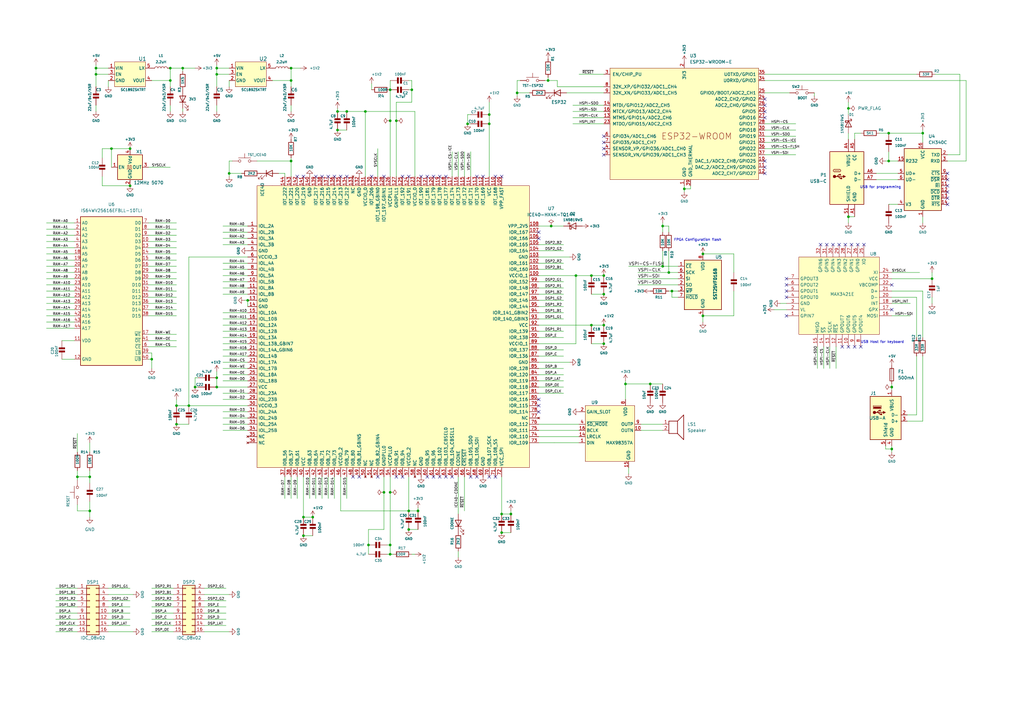
<source format=kicad_sch>
(kicad_sch (version 20230121) (generator eeschema)
  (paper "A3")
  (junction (at 209.55 210.82))
  (junction (at 205.74 210.82))
  (junction (at 72.39 173.99))
  (junction (at 93.98 71.12))
  (junction (at 247.65 113.03))
  (junction (at 200.66 50.8))
  (junction (at 160.02 223.52))
  (junction (at 162.56 49.53))
  (junction (at 247.65 133.35))
  (junction (at 53.34 60.96))
  (junction (at 171.45 209.55))
  (junction (at 247.65 120.65))
  (junction (at 88.9 30.48))
  (junction (at 45.72 60.96))
  (junction (at 74.93 27.94))
  (junction (at 124.46 212.09))
  (junction (at 365.76 158.75))
  (junction (at 364.49 66.04))
  (junction (at 212.09 38.1))
  (junction (at 80.01 158.75))
  (junction (at 275.59 119.38))
  (junction (at 160.02 227.33))
  (junction (at 160.02 49.53))
  (junction (at 69.85 27.94))
  (junction (at 101.6 123.19))
  (junction (at 36.83 209.55))
  (junction (at 200.66 46.99))
  (junction (at 191.77 50.8))
  (junction (at 53.34 76.2))
  (junction (at 39.37 27.94))
  (junction (at 62.23 147.32))
  (junction (at 36.83 195.58))
  (junction (at 242.57 113.03))
  (junction (at 151.13 223.52))
  (junction (at 72.39 166.37))
  (junction (at 364.49 54.61))
  (junction (at 88.9 154.94))
  (junction (at 365.76 184.15))
  (junction (at 88.9 27.94))
  (junction (at 271.78 92.71))
  (junction (at 160.02 36.83))
  (junction (at 77.47 166.37))
  (junction (at 31.75 195.58))
  (junction (at 88.9 158.75))
  (junction (at 382.27 114.3))
  (junction (at 288.29 129.54))
  (junction (at 69.85 33.02))
  (junction (at 347.98 88.9))
  (junction (at 167.64 217.17))
  (junction (at 242.57 133.35))
  (junction (at 160.02 201.93))
  (junction (at 378.46 54.61))
  (junction (at 167.64 209.55))
  (junction (at 347.98 44.45))
  (junction (at 236.22 113.03))
  (junction (at 247.65 140.97))
  (junction (at 119.38 66.04))
  (junction (at 124.46 219.71))
  (junction (at 142.24 45.72))
  (junction (at 138.43 45.72))
  (junction (at 256.54 157.48))
  (junction (at 119.38 27.94))
  (junction (at 149.86 45.72))
  (junction (at 226.06 92.71))
  (junction (at 271.78 109.22))
  (junction (at 128.27 212.09))
  (junction (at 39.37 30.48))
  (junction (at 274.32 111.76))
  (junction (at 138.43 53.34))
  (junction (at 266.7 157.48))
  (junction (at 288.29 104.14))
  (junction (at 224.79 33.02))
  (junction (at 205.74 218.44))
  (junction (at 157.48 201.93))
  (junction (at 280.67 77.47))
  (junction (at 168.91 36.83))
  (junction (at 119.38 33.02))
  (no_connect (at 193.04 195.58))
  (no_connect (at 344.17 100.33))
  (no_connect (at 175.26 195.58))
  (no_connect (at 134.62 72.39))
  (no_connect (at 142.24 72.39))
  (no_connect (at 203.2 72.39))
  (no_connect (at 203.2 195.58))
  (no_connect (at 167.64 72.39))
  (no_connect (at 124.46 72.39))
  (no_connect (at 220.98 95.25))
  (no_connect (at 165.1 72.39))
  (no_connect (at 165.1 195.58))
  (no_connect (at 351.79 100.33))
  (no_connect (at 121.92 72.39))
  (no_connect (at 220.98 97.79))
  (no_connect (at 388.62 71.12))
  (no_connect (at 349.25 100.33))
  (no_connect (at 313.69 66.04))
  (no_connect (at 185.42 195.58))
  (no_connect (at 139.7 72.39))
  (no_connect (at 247.65 63.5))
  (no_connect (at 339.09 100.33))
  (no_connect (at 198.12 72.39))
  (no_connect (at 154.94 195.58))
  (no_connect (at 341.63 100.33))
  (no_connect (at 157.48 72.39))
  (no_connect (at 195.58 72.39))
  (no_connect (at 313.69 43.18))
  (no_connect (at 147.32 195.58))
  (no_connect (at 336.55 100.33))
  (no_connect (at 354.33 100.33))
  (no_connect (at 180.34 195.58))
  (no_connect (at 177.8 72.39))
  (no_connect (at 346.71 100.33))
  (no_connect (at 182.88 195.58))
  (no_connect (at 353.06 142.24))
  (no_connect (at 247.65 58.42))
  (no_connect (at 182.88 72.39))
  (no_connect (at 388.62 76.2))
  (no_connect (at 129.54 72.39))
  (no_connect (at 322.58 116.84))
  (no_connect (at 132.08 72.39))
  (no_connect (at 220.98 168.91))
  (no_connect (at 350.52 142.24))
  (no_connect (at 137.16 72.39))
  (no_connect (at 388.62 83.82))
  (no_connect (at 347.98 142.24))
  (no_connect (at 162.56 195.58))
  (no_connect (at 172.72 72.39))
  (no_connect (at 313.69 68.58))
  (no_connect (at 388.62 78.74))
  (no_connect (at 175.26 72.39))
  (no_connect (at 365.76 127))
  (no_connect (at 345.44 142.24))
  (no_connect (at 322.58 129.54))
  (no_connect (at 313.69 40.64))
  (no_connect (at 313.69 45.72))
  (no_connect (at 247.65 55.88))
  (no_connect (at 388.62 81.28))
  (no_connect (at 247.65 60.96))
  (no_connect (at 144.78 195.58))
  (no_connect (at 365.76 116.84))
  (no_connect (at 322.58 121.92))
  (no_connect (at 220.98 163.83))
  (no_connect (at 313.69 48.26))
  (no_connect (at 177.8 195.58))
  (no_connect (at 220.98 166.37))
  (no_connect (at 180.34 72.39))
  (no_connect (at 322.58 114.3))
  (no_connect (at 195.58 195.58))
  (no_connect (at 200.66 195.58))
  (no_connect (at 152.4 72.39))
  (no_connect (at 313.69 71.12))
  (no_connect (at 388.62 73.66))
  (no_connect (at 322.58 119.38))
  (no_connect (at 205.74 72.39))
  (wire (pts (xy 220.98 179.07) (xy 237.49 179.07)))
  (wire (pts (xy 139.7 209.55) (xy 167.64 209.55)))
  (wire (pts (xy 72.39 173.99) (xy 77.47 173.99)))
  (wire (pts (xy 22.86 246.38) (xy 31.75 246.38)))
  (wire (pts (xy 36.83 181.61) (xy 36.83 185.42)))
  (wire (pts (xy 220.98 107.95) (xy 231.14 107.95)))
  (wire (pts (xy 39.37 27.94) (xy 44.45 27.94)))
  (wire (pts (xy 212.09 39.37) (xy 212.09 38.1)))
  (wire (pts (xy 220.98 143.51) (xy 231.14 143.51)))
  (wire (pts (xy 271.78 102.87) (xy 271.78 109.22)))
  (wire (pts (xy 313.69 33.02) (xy 396.24 33.02)))
  (wire (pts (xy 62.23 147.32) (xy 62.23 144.78)))
  (wire (pts (xy 31.75 196.85) (xy 31.75 195.58)))
  (wire (pts (xy 91.44 148.59) (xy 101.6 148.59)))
  (wire (pts (xy 83.82 256.54) (xy 92.71 256.54)))
  (wire (pts (xy 91.44 176.53) (xy 101.6 176.53)))
  (wire (pts (xy 129.54 195.58) (xy 129.54 204.47)))
  (wire (pts (xy 19.05 119.38) (xy 30.48 119.38)))
  (wire (pts (xy 41.91 72.39) (xy 41.91 76.2)))
  (wire (pts (xy 234.95 43.18) (xy 247.65 43.18)))
  (wire (pts (xy 60.96 93.98) (xy 72.39 93.98)))
  (wire (pts (xy 220.98 110.49) (xy 231.14 110.49)))
  (wire (pts (xy 365.76 157.48) (xy 365.76 158.75)))
  (wire (pts (xy 91.44 113.03) (xy 101.6 113.03)))
  (wire (pts (xy 262.89 176.53) (xy 271.78 176.53)))
  (wire (pts (xy 22.86 241.3) (xy 31.75 241.3)))
  (wire (pts (xy 320.04 124.46) (xy 322.58 124.46)))
  (wire (pts (xy 313.69 63.5) (xy 326.39 63.5)))
  (wire (pts (xy 283.21 77.47) (xy 283.21 76.2)))
  (wire (pts (xy 266.7 157.48) (xy 271.78 157.48)))
  (wire (pts (xy 347.98 88.9) (xy 350.52 88.9)))
  (wire (pts (xy 393.7 30.48) (xy 393.7 63.5)))
  (wire (pts (xy 262.89 173.99) (xy 271.78 173.99)))
  (wire (pts (xy 19.05 124.46) (xy 30.48 124.46)))
  (wire (pts (xy 60.96 116.84) (xy 72.39 116.84)))
  (wire (pts (xy 205.74 218.44) (xy 209.55 218.44)))
  (wire (pts (xy 257.81 109.22) (xy 271.78 109.22)))
  (wire (pts (xy 383.54 30.48) (xy 393.7 30.48)))
  (wire (pts (xy 60.96 142.24) (xy 72.39 142.24)))
  (wire (pts (xy 220.98 125.73) (xy 231.14 125.73)))
  (wire (pts (xy 60.96 137.16) (xy 72.39 137.16)))
  (wire (pts (xy 170.18 227.33) (xy 168.91 227.33)))
  (wire (pts (xy 236.22 140.97) (xy 236.22 113.03)))
  (wire (pts (xy 95.25 66.04) (xy 93.98 66.04)))
  (wire (pts (xy 62.23 144.78) (xy 60.96 144.78)))
  (wire (pts (xy 350.52 54.61) (xy 350.52 57.15)))
  (wire (pts (xy 160.02 201.93) (xy 160.02 223.52)))
  (wire (pts (xy 187.96 195.58) (xy 187.96 210.82)))
  (wire (pts (xy 111.76 33.02) (xy 119.38 33.02)))
  (wire (pts (xy 220.98 161.29) (xy 231.14 161.29)))
  (wire (pts (xy 83.82 241.3) (xy 92.71 241.3)))
  (wire (pts (xy 62.23 151.13) (xy 62.23 147.32)))
  (wire (pts (xy 142.24 195.58) (xy 142.24 204.47)))
  (wire (pts (xy 44.45 254) (xy 53.34 254)))
  (wire (pts (xy 313.69 55.88) (xy 326.39 55.88)))
  (wire (pts (xy 151.13 227.33) (xy 151.13 223.52)))
  (wire (pts (xy 347.98 46.99) (xy 347.98 44.45)))
  (wire (pts (xy 300.99 119.38) (xy 300.99 129.54)))
  (wire (pts (xy 274.32 92.71) (xy 271.78 92.71)))
  (wire (pts (xy 190.5 72.39) (xy 190.5 62.23)))
  (wire (pts (xy 116.84 195.58) (xy 116.84 204.47)))
  (wire (pts (xy 157.48 195.58) (xy 157.48 201.93)))
  (wire (pts (xy 340.36 142.24) (xy 340.36 151.13)))
  (wire (pts (xy 31.75 207.01) (xy 31.75 209.55)))
  (wire (pts (xy 19.05 132.08) (xy 30.48 132.08)))
  (wire (pts (xy 93.98 72.39) (xy 93.98 71.12)))
  (wire (pts (xy 313.69 30.48) (xy 375.92 30.48)))
  (wire (pts (xy 388.62 66.04) (xy 396.24 66.04)))
  (wire (pts (xy 88.9 152.4) (xy 88.9 154.94)))
  (wire (pts (xy 228.6 35.56) (xy 247.65 35.56)))
  (wire (pts (xy 91.44 118.11) (xy 101.6 118.11)))
  (wire (pts (xy 396.24 33.02) (xy 396.24 66.04)))
  (wire (pts (xy 91.44 168.91) (xy 101.6 168.91)))
  (wire (pts (xy 60.96 106.68) (xy 72.39 106.68)))
  (wire (pts (xy 134.62 195.58) (xy 134.62 204.47)))
  (wire (pts (xy 364.49 54.61) (xy 378.46 54.61)))
  (wire (pts (xy 242.57 133.35) (xy 247.65 133.35)))
  (wire (pts (xy 275.59 119.38) (xy 275.59 121.92)))
  (wire (pts (xy 220.98 153.67) (xy 231.14 153.67)))
  (wire (pts (xy 127 195.58) (xy 127 204.47)))
  (wire (pts (xy 100.33 123.19) (xy 101.6 123.19)))
  (wire (pts (xy 256.54 156.21) (xy 256.54 157.48)))
  (wire (pts (xy 209.55 209.55) (xy 209.55 210.82)))
  (wire (pts (xy 91.44 143.51) (xy 101.6 143.51)))
  (wire (pts (xy 83.82 248.92) (xy 92.71 248.92)))
  (wire (pts (xy 170.18 45.72) (xy 170.18 72.39)))
  (wire (pts (xy 313.69 53.34) (xy 326.39 53.34)))
  (wire (pts (xy 60.96 129.54) (xy 72.39 129.54)))
  (wire (pts (xy 157.48 201.93) (xy 157.48 217.17)))
  (wire (pts (xy 91.44 173.99) (xy 101.6 173.99)))
  (wire (pts (xy 271.78 92.71) (xy 271.78 95.25)))
  (wire (pts (xy 220.98 100.33) (xy 231.14 100.33)))
  (wire (pts (xy 91.44 140.97) (xy 101.6 140.97)))
  (wire (pts (xy 363.22 182.88) (xy 363.22 184.15)))
  (wire (pts (xy 45.72 60.96) (xy 53.34 60.96)))
  (wire (pts (xy 364.49 66.04) (xy 368.3 66.04)))
  (wire (pts (xy 365.76 129.54) (xy 373.38 129.54)))
  (wire (pts (xy 224.79 33.02) (xy 223.52 33.02)))
  (wire (pts (xy 275.59 121.92) (xy 278.13 121.92)))
  (wire (pts (xy 261.62 111.76) (xy 274.32 111.76)))
  (wire (pts (xy 22.86 243.84) (xy 31.75 243.84)))
  (wire (pts (xy 372.11 170.18) (xy 375.92 170.18)))
  (wire (pts (xy 62.23 33.02) (xy 69.85 33.02)))
  (wire (pts (xy 60.96 124.46) (xy 72.39 124.46)))
  (wire (pts (xy 220.98 120.65) (xy 231.14 120.65)))
  (wire (pts (xy 274.32 102.87) (xy 274.32 111.76)))
  (wire (pts (xy 280.67 77.47) (xy 280.67 78.74)))
  (wire (pts (xy 190.5 195.58) (xy 190.5 209.55)))
  (wire (pts (xy 91.44 156.21) (xy 101.6 156.21)))
  (wire (pts (xy 45.72 60.96) (xy 45.72 68.58)))
  (wire (pts (xy 83.82 251.46) (xy 92.71 251.46)))
  (wire (pts (xy 280.67 77.47) (xy 283.21 77.47)))
  (wire (pts (xy 167.64 33.02) (xy 168.91 33.02)))
  (wire (pts (xy 119.38 27.94) (xy 119.38 33.02)))
  (wire (pts (xy 69.85 45.72) (xy 69.85 43.18)))
  (wire (pts (xy 220.98 92.71) (xy 226.06 92.71)))
  (wire (pts (xy 39.37 30.48) (xy 39.37 35.56)))
  (wire (pts (xy 220.98 130.81) (xy 231.14 130.81)))
  (wire (pts (xy 101.6 105.41) (xy 77.47 105.41)))
  (wire (pts (xy 313.69 60.96) (xy 326.39 60.96)))
  (wire (pts (xy 212.09 33.02) (xy 212.09 38.1)))
  (wire (pts (xy 36.83 205.74) (xy 36.83 209.55)))
  (wire (pts (xy 187.96 72.39) (xy 187.96 62.23)))
  (wire (pts (xy 313.69 38.1) (xy 323.85 38.1)))
  (wire (pts (xy 60.96 104.14) (xy 72.39 104.14)))
  (wire (pts (xy 220.98 135.89) (xy 231.14 135.89)))
  (wire (pts (xy 220.98 105.41) (xy 233.68 105.41)))
  (wire (pts (xy 91.44 95.25) (xy 101.6 95.25)))
  (wire (pts (xy 234.95 50.8) (xy 247.65 50.8)))
  (wire (pts (xy 139.7 195.58) (xy 139.7 209.55)))
  (wire (pts (xy 347.98 54.61) (xy 347.98 57.15)))
  (wire (pts (xy 88.9 27.94) (xy 93.98 27.94)))
  (wire (pts (xy 119.38 64.77) (xy 119.38 66.04)))
  (wire (pts (xy 88.9 27.94) (xy 88.9 30.48)))
  (wire (pts (xy 224.79 33.02) (xy 228.6 33.02)))
  (wire (pts (xy 19.05 104.14) (xy 30.48 104.14)))
  (wire (pts (xy 60.96 119.38) (xy 72.39 119.38)))
  (wire (pts (xy 19.05 106.68) (xy 30.48 106.68)))
  (wire (pts (xy 124.46 212.09) (xy 128.27 212.09)))
  (wire (pts (xy 19.05 109.22) (xy 30.48 109.22)))
  (wire (pts (xy 224.79 31.75) (xy 224.79 33.02)))
  (wire (pts (xy 242.57 120.65) (xy 247.65 120.65)))
  (wire (pts (xy 91.44 128.27) (xy 101.6 128.27)))
  (wire (pts (xy 91.44 133.35) (xy 101.6 133.35)))
  (wire (pts (xy 160.02 36.83) (xy 160.02 33.02)))
  (wire (pts (xy 91.44 161.29) (xy 101.6 161.29)))
  (wire (pts (xy 168.91 41.91) (xy 168.91 36.83)))
  (wire (pts (xy 220.98 138.43) (xy 231.14 138.43)))
  (wire (pts (xy 114.3 71.12) (xy 116.84 71.12)))
  (wire (pts (xy 22.86 248.92) (xy 31.75 248.92)))
  (wire (pts (xy 274.32 119.38) (xy 275.59 119.38)))
  (wire (pts (xy 152.4 34.29) (xy 152.4 36.83)))
  (wire (pts (xy 160.02 195.58) (xy 160.02 201.93)))
  (wire (pts (xy 44.45 246.38) (xy 53.34 246.38)))
  (wire (pts (xy 72.39 166.37) (xy 77.47 166.37)))
  (wire (pts (xy 209.55 210.82) (xy 205.74 210.82)))
  (wire (pts (xy 372.11 172.72) (xy 378.46 172.72)))
  (wire (pts (xy 313.69 50.8) (xy 326.39 50.8)))
  (wire (pts (xy 160.02 227.33) (xy 161.29 227.33)))
  (wire (pts (xy 62.23 254) (xy 71.12 254)))
  (wire (pts (xy 44.45 241.3) (xy 53.34 241.3)))
  (wire (pts (xy 167.64 217.17) (xy 171.45 217.17)))
  (wire (pts (xy 91.44 146.05) (xy 101.6 146.05)))
  (wire (pts (xy 242.57 113.03) (xy 247.65 113.03)))
  (wire (pts (xy 217.17 38.1) (xy 212.09 38.1)))
  (wire (pts (xy 142.24 45.72) (xy 138.43 45.72)))
  (wire (pts (xy 60.96 139.7) (xy 72.39 139.7)))
  (wire (pts (xy 19.05 96.52) (xy 30.48 96.52)))
  (wire (pts (xy 378.46 119.38) (xy 378.46 138.43)))
  (wire (pts (xy 88.9 154.94) (xy 88.9 158.75)))
  (wire (pts (xy 41.91 64.77) (xy 41.91 60.96)))
  (wire (pts (xy 60.96 96.52) (xy 72.39 96.52)))
  (wire (pts (xy 149.86 45.72) (xy 149.86 72.39)))
  (wire (pts (xy 365.76 121.92) (xy 375.92 121.92)))
  (wire (pts (xy 62.23 256.54) (xy 71.12 256.54)))
  (wire (pts (xy 31.75 193.04) (xy 31.75 195.58)))
  (wire (pts (xy 91.44 110.49) (xy 101.6 110.49)))
  (wire (pts (xy 91.44 92.71) (xy 101.6 92.71)))
  (wire (pts (xy 91.44 163.83) (xy 101.6 163.83)))
  (wire (pts (xy 91.44 97.79) (xy 101.6 97.79)))
  (wire (pts (xy 256.54 157.48) (xy 256.54 163.83)))
  (wire (pts (xy 91.44 100.33) (xy 101.6 100.33)))
  (wire (pts (xy 236.22 113.03) (xy 242.57 113.03)))
  (wire (pts (xy 200.66 46.99) (xy 200.66 50.8)))
  (wire (pts (xy 378.46 54.61) (xy 378.46 58.42)))
  (wire (pts (xy 364.49 62.23) (xy 364.49 66.04)))
  (wire (pts (xy 151.13 217.17) (xy 157.48 217.17)))
  (wire (pts (xy 363.22 184.15) (xy 365.76 184.15)))
  (wire (pts (xy 54.61 243.84) (xy 44.45 243.84)))
  (wire (pts (xy 81.28 158.75) (xy 80.01 158.75)))
  (wire (pts (xy 257.81 191.77) (xy 257.81 194.31)))
  (wire (pts (xy 119.38 72.39) (xy 119.38 66.04)))
  (wire (pts (xy 220.98 128.27) (xy 231.14 128.27)))
  (wire (pts (xy 365.76 114.3) (xy 382.27 114.3)))
  (wire (pts (xy 62.23 246.38) (xy 71.12 246.38)))
  (wire (pts (xy 44.45 251.46) (xy 53.34 251.46)))
  (wire (pts (xy 80.01 154.94) (xy 80.01 158.75)))
  (wire (pts (xy 74.93 44.45) (xy 74.93 45.72)))
  (wire (pts (xy 317.5 127) (xy 322.58 127)))
  (wire (pts (xy 149.86 45.72) (xy 170.18 45.72)))
  (wire (pts (xy 300.99 104.14) (xy 288.29 104.14)))
  (wire (pts (xy 167.64 195.58) (xy 167.64 209.55)))
  (wire (pts (xy 388.62 63.5) (xy 393.7 63.5)))
  (wire (pts (xy 220.98 181.61) (xy 237.49 181.61)))
  (wire (pts (xy 99.06 71.12) (xy 93.98 71.12)))
  (wire (pts (xy 36.83 209.55) (xy 36.83 212.09)))
  (wire (pts (xy 60.96 101.6) (xy 72.39 101.6)))
  (wire (pts (xy 25.4 147.32) (xy 30.48 147.32)))
  (wire (pts (xy 91.44 130.81) (xy 101.6 130.81)))
  (wire (pts (xy 22.86 254) (xy 31.75 254)))
  (wire (pts (xy 77.47 166.37) (xy 101.6 166.37)))
  (wire (pts (xy 313.69 58.42) (xy 326.39 58.42)))
  (wire (pts (xy 121.92 195.58) (xy 121.92 204.47)))
  (wire (pts (xy 220.98 158.75) (xy 231.14 158.75)))
  (wire (pts (xy 160.02 227.33) (xy 158.75 227.33)))
  (wire (pts (xy 91.44 153.67) (xy 101.6 153.67)))
  (wire (pts (xy 226.06 92.71) (xy 231.14 92.71)))
  (wire (pts (xy 41.91 76.2) (xy 53.34 76.2)))
  (wire (pts (xy 220.98 115.57) (xy 231.14 115.57)))
  (wire (pts (xy 334.01 39.37) (xy 334.01 38.1)))
  (wire (pts (xy 365.76 124.46) (xy 373.38 124.46)))
  (wire (pts (xy 234.95 48.26) (xy 247.65 48.26)))
  (wire (pts (xy 93.98 66.04) (xy 93.98 71.12)))
  (wire (pts (xy 237.49 30.48) (xy 247.65 30.48)))
  (wire (pts (xy 220.98 140.97) (xy 236.22 140.97)))
  (wire (pts (xy 60.96 111.76) (xy 72.39 111.76)))
  (wire (pts (xy 91.44 151.13) (xy 101.6 151.13)))
  (wire (pts (xy 36.83 193.04) (xy 36.83 195.58)))
  (wire (pts (xy 101.6 125.73) (xy 101.6 123.19)))
  (wire (pts (xy 261.62 116.84) (xy 278.13 116.84)))
  (wire (pts (xy 185.42 62.23) (xy 185.42 72.39)))
  (wire (pts (xy 91.44 135.89) (xy 101.6 135.89)))
  (wire (pts (xy 220.98 102.87) (xy 231.14 102.87)))
  (wire (pts (xy 83.82 246.38) (xy 92.71 246.38)))
  (wire (pts (xy 220.98 133.35) (xy 242.57 133.35)))
  (wire (pts (xy 62.23 243.84) (xy 71.12 243.84)))
  (wire (pts (xy 275.59 119.38) (xy 278.13 119.38)))
  (wire (pts (xy 83.82 254) (xy 92.71 254)))
  (wire (pts (xy 347.98 91.44) (xy 347.98 88.9)))
  (wire (pts (xy 200.66 50.8) (xy 200.66 72.39)))
  (wire (pts (xy 350.52 54.61) (xy 353.06 54.61)))
  (wire (pts (xy 80.01 27.94) (xy 74.93 27.94)))
  (wire (pts (xy 335.28 142.24) (xy 335.28 151.13)))
  (wire (pts (xy 39.37 26.67) (xy 39.37 27.94)))
  (wire (pts (xy 234.95 45.72) (xy 247.65 45.72)))
  (wire (pts (xy 31.75 209.55) (xy 36.83 209.55)))
  (wire (pts (xy 375.92 121.92) (xy 375.92 138.43)))
  (wire (pts (xy 31.75 177.8) (xy 31.75 185.42)))
  (wire (pts (xy 39.37 30.48) (xy 44.45 30.48)))
  (wire (pts (xy 187.96 226.06) (xy 187.96 228.6)))
  (wire (pts (xy 191.77 46.99) (xy 191.77 50.8)))
  (wire (pts (xy 124.46 195.58) (xy 124.46 212.09)))
  (wire (pts (xy 300.99 104.14) (xy 300.99 111.76)))
  (wire (pts (xy 60.96 68.58) (xy 69.85 68.58)))
  (wire (pts (xy 160.02 36.83) (xy 160.02 49.53)))
  (wire (pts (xy 365.76 182.88) (xy 365.76 184.15)))
  (wire (pts (xy 91.44 120.65) (xy 101.6 120.65)))
  (wire (pts (xy 36.83 195.58) (xy 36.83 198.12)))
  (wire (pts (xy 365.76 158.75) (xy 365.76 160.02)))
  (wire (pts (xy 22.86 259.08) (xy 31.75 259.08)))
  (wire (pts (xy 74.93 27.94) (xy 74.93 29.21)))
  (wire (pts (xy 93.98 35.56) (xy 93.98 33.02)))
  (wire (pts (xy 205.74 195.58) (xy 205.74 210.82)))
  (wire (pts (xy 88.9 30.48) (xy 88.9 35.56)))
  (wire (pts (xy 168.91 33.02) (xy 168.91 36.83)))
  (wire (pts (xy 167.64 209.55) (xy 171.45 209.55)))
  (wire (pts (xy 19.05 114.3) (xy 30.48 114.3)))
  (wire (pts (xy 162.56 49.53) (xy 162.56 41.91)))
  (wire (pts (xy 60.96 121.92) (xy 72.39 121.92)))
  (wire (pts (xy 132.08 195.58) (xy 132.08 204.47)))
  (wire (pts (xy 62.23 251.46) (xy 71.12 251.46)))
  (wire (pts (xy 88.9 30.48) (xy 93.98 30.48)))
  (wire (pts (xy 359.41 73.66) (xy 368.3 73.66)))
  (wire (pts (xy 365.76 111.76) (xy 377.19 111.76)))
  (wire (pts (xy 274.32 95.25) (xy 274.32 92.71)))
  (wire (pts (xy 62.23 241.3) (xy 71.12 241.3)))
  (wire (pts (xy 382.27 121.92) (xy 382.27 124.46)))
  (wire (pts (xy 158.75 223.52) (xy 160.02 223.52)))
  (wire (pts (xy 77.47 105.41) (xy 77.47 166.37)))
  (wire (pts (xy 19.05 91.44) (xy 30.48 91.44)))
  (wire (pts (xy 69.85 27.94) (xy 74.93 27.94)))
  (wire (pts (xy 91.44 115.57) (xy 101.6 115.57)))
  (wire (pts (xy 220.98 176.53) (xy 237.49 176.53)))
  (wire (pts (xy 364.49 83.82) (xy 368.3 83.82)))
  (wire (pts (xy 119.38 27.94) (xy 123.19 27.94)))
  (wire (pts (xy 359.41 71.12) (xy 368.3 71.12)))
  (wire (pts (xy 19.05 116.84) (xy 30.48 116.84)))
  (wire (pts (xy 60.96 114.3) (xy 72.39 114.3)))
  (wire (pts (xy 72.39 163.83) (xy 72.39 166.37)))
  (wire (pts (xy 378.46 53.34) (xy 378.46 54.61)))
  (wire (pts (xy 80.01 154.94) (xy 81.28 154.94)))
  (wire (pts (xy 271.78 109.22) (xy 278.13 109.22)))
  (wire (pts (xy 19.05 99.06) (xy 30.48 99.06)))
  (wire (pts (xy 39.37 27.94) (xy 39.37 30.48)))
  (wire (pts (xy 44.45 248.92) (xy 53.34 248.92)))
  (wire (pts (xy 91.44 138.43) (xy 101.6 138.43)))
  (wire (pts (xy 342.9 142.24) (xy 342.9 151.13)))
  (wire (pts (xy 54.61 259.08) (xy 44.45 259.08)))
  (wire (pts (xy 138.43 44.45) (xy 138.43 45.72)))
  (wire (pts (xy 220.98 156.21) (xy 231.14 156.21)))
  (wire (pts (xy 19.05 121.92) (xy 30.48 121.92)))
  (wire (pts (xy 228.6 33.02) (xy 228.6 35.56)))
  (wire (pts (xy 39.37 45.72) (xy 39.37 43.18)))
  (wire (pts (xy 137.16 195.58) (xy 137.16 204.47)))
  (wire (pts (xy 378.46 146.05) (xy 378.46 172.72)))
  (wire (pts (xy 220.98 113.03) (xy 236.22 113.03)))
  (wire (pts (xy 19.05 111.76) (xy 30.48 111.76)))
  (wire (pts (xy 62.23 248.92) (xy 71.12 248.92)))
  (wire (pts (xy 60.96 147.32) (xy 62.23 147.32)))
  (wire (pts (xy 193.04 72.39) (xy 193.04 62.23)))
  (wire (pts (xy 365.76 119.38) (xy 378.46 119.38)))
  (wire (pts (xy 22.86 256.54) (xy 31.75 256.54)))
  (wire (pts (xy 162.56 41.91) (xy 168.91 41.91)))
  (wire (pts (xy 220.98 123.19) (xy 231.14 123.19)))
  (wire (pts (xy 93.98 243.84) (xy 83.82 243.84)))
  (wire (pts (xy 119.38 195.58) (xy 119.38 204.47)))
  (wire (pts (xy 91.44 171.45) (xy 101.6 171.45)))
  (wire (pts (xy 337.82 142.24) (xy 337.82 151.13)))
  (wire (pts (xy 119.38 33.02) (xy 119.38 35.56)))
  (wire (pts (xy 220.98 173.99) (xy 237.49 173.99)))
  (wire (pts (xy 232.41 38.1) (xy 247.65 38.1)))
  (wire (pts (xy 233.68 148.59) (xy 220.98 148.59)))
  (wire (pts (xy 193.04 50.8) (xy 191.77 50.8)))
  (wire (pts (xy 288.29 129.54) (xy 300.99 129.54)))
  (wire (pts (xy 191.77 46.99) (xy 193.04 46.99)))
  (wire (pts (xy 22.86 251.46) (xy 31.75 251.46)))
  (wire (pts (xy 44.45 35.56) (xy 44.45 33.02)))
  (wire (pts (xy 363.22 66.04) (xy 364.49 66.04)))
  (wire (pts (xy 142.24 45.72) (xy 149.86 45.72)))
  (wire (pts (xy 200.66 41.91) (xy 200.66 46.99)))
  (wire (pts (xy 382.27 111.76) (xy 382.27 114.3)))
  (wire (pts (xy 60.96 91.44) (xy 72.39 91.44)))
  (wire (pts (xy 365.76 184.15) (xy 365.76 185.42)))
  (wire (pts (xy 378.46 91.44) (xy 378.46 88.9)))
  (wire (pts (xy 19.05 127) (xy 30.48 127)))
  (wire (pts (xy 242.57 140.97) (xy 247.65 140.97)))
  (wire (pts (xy 274.32 111.76) (xy 278.13 111.76)))
  (wire (pts (xy 213.36 33.02) (xy 212.09 33.02)))
  (wire (pts (xy 220.98 118.11) (xy 231.14 118.11)))
  (wire (pts (xy 93.98 259.08) (xy 83.82 259.08)))
  (wire (pts (xy 220.98 151.13) (xy 231.14 151.13)))
  (wire (pts (xy 220.98 146.05) (xy 231.14 146.05)))
  (wire (pts (xy 91.44 107.95) (xy 101.6 107.95)))
  (wire (pts (xy 160.02 223.52) (xy 160.02 227.33)))
  (wire (pts (xy 261.62 114.3) (xy 278.13 114.3)))
  (wire (pts (xy 69.85 27.94) (xy 69.85 33.02)))
  (wire (pts (xy 19.05 134.62) (xy 30.48 134.62)))
  (wire (pts (xy 69.85 33.02) (xy 69.85 35.56)))
  (wire (pts (xy 119.38 66.04) (xy 105.41 66.04)))
  (wire (pts (xy 271.78 91.44) (xy 271.78 92.71)))
  (wire (pts (xy 88.9 45.72) (xy 88.9 43.18)))
  (wire (pts (xy 151.13 223.52) (xy 151.13 217.17)))
  (wire (pts (xy 62.23 259.08) (xy 71.12 259.08)))
  (wire (pts (xy 288.29 132.08) (xy 288.29 129.54)))
  (wire (pts (xy 19.05 129.54) (xy 30.48 129.54)))
  (wire (pts (xy 19.05 101.6) (xy 30.48 101.6)))
  (wire (pts (xy 138.43 53.34) (xy 142.24 53.34)))
  (wire (pts (xy 60.96 109.22) (xy 72.39 109.22)))
  (wire (pts (xy 60.96 99.06) (xy 72.39 99.06)))
  (wire (pts (xy 162.56 72.39) (xy 162.56 49.53)))
  (wire (pts (xy 25.4 139.7) (xy 30.48 139.7)))
  (wire (pts (xy 360.68 54.61) (xy 364.49 54.61)))
  (wire (pts (xy 88.9 158.75) (xy 101.6 158.75)))
  (wire (pts (xy 60.96 127) (xy 72.39 127)))
  (wire (pts (xy 19.05 93.98) (xy 30.48 93.98)))
  (wire (pts (xy 116.84 71.12) (xy 116.84 72.39)))
  (wire (pts (xy 280.67 76.2) (xy 280.67 77.47)))
  (wire (pts (xy 88.9 26.67) (xy 88.9 27.94)))
  (wire (pts (xy 119.38 45.72) (xy 119.38 43.18)))
  (wire (pts (xy 44.45 256.54) (xy 53.34 256.54)))
  (wire (pts (xy 31.75 195.58) (xy 36.83 195.58)))
  (wire (pts (xy 168.91 36.83) (xy 167.64 36.83)))
  (wire (pts (xy 256.54 157.48) (xy 266.7 157.48)))
  (wire (pts (xy 347.98 44.45) (xy 347.98 41.91)))
  (wire (pts (xy 124.46 219.71) (xy 128.27 219.71)))
  (wire (pts (xy 41.91 60.96) (xy 45.72 60.96)))
  (wire (pts (xy 171.45 208.28) (xy 171.45 209.55)))
  (wire (pts (xy 154.94 60.96) (xy 154.94 72.39)))
  (wire (pts (xy 375.92 146.05) (xy 375.92 170.18)))
  (wire (pts (xy 160.02 49.53) (xy 160.02 72.39)))
  (text "FPGA Configuration flash" (at 295.91 99.06 0) (effects (font (size 1.016 1.016)) (justify right bottom)))
  (text "USB Host for keyboard" (at 370.84 140.97 0) (effects (font (size 1.016 1.016)) (justify right bottom)))
  (text "USB for programming" (at 369.57 77.47 0) (effects (font (size 1.016 1.016)) (justify right bottom)))
  (label "RAM-D14" (at 63.5 127 0) (effects (font (size 1.016 1.016))))
  (label "DSP_E" (at 223.52 138.43 0) (effects (font (size 1.016 1.016))))
  (label "RAM-A0" (at 21.59 91.44 0) (effects (font (size 1.016 1.016))))
  (label "RAM-D7" (at 116.84 203.2 90) (effects (font (size 1.016 1.016))))
  (label "RAM-A9" (at 21.59 114.3 0) (effects (font (size 1.016 1.016))))
  (label "RAM-A16" (at 93.98 143.51 0) (effects (font (size 1.016 1.016))))
  (label "VSPI-SDI" (at 261.62 114.3 0))
  (label "DSP_OE" (at 63.5 259.08 0) (effects (font (size 1.016 1.016))))
  (label "~{RESET}" (at 342.9 148.59 90) (effects (font (size 1.016 1.016))))
  (label "DSP_C" (at 24.13 254 0) (effects (font (size 1.016 1.016))))
  (label "RAM-A10" (at 93.98 128.27 0) (effects (font (size 1.016 1.016))))
  (label "RAM-D1" (at 93.98 161.29 0) (effects (font (size 1.016 1.016))))
  (label "RAM-D3" (at 93.98 168.91 0) (effects (font (size 1.016 1.016))))
  (label "DSP_D" (at 45.72 254 0) (effects (font (size 1.016 1.016))))
  (label "HSPI_INT" (at 365.76 124.46 0) (effects (font (size 1.016 1.016))))
  (label "RAM-A10" (at 21.59 116.84 0) (effects (font (size 1.016 1.016))))
  (label "RAM-A13" (at 21.59 124.46 0) (effects (font (size 1.016 1.016))))
  (label "RAM-A2" (at 93.98 97.79 0) (effects (font (size 1.016 1.016))))
  (label "VSPI-SDI" (at 193.04 69.85 90) (effects (font (size 1.016 1.016))))
  (label "DSP2_R1" (at 223.52 118.11 0) (effects (font (size 1.016 1.016))))
  (label "RAM-A17" (at 93.98 146.05 0) (effects (font (size 1.016 1.016))))
  (label "DSP_LAT" (at 223.52 156.21 0) (effects (font (size 1.016 1.016))))
  (label "RAM-A12" (at 93.98 133.35 0) (effects (font (size 1.016 1.016))))
  (label "DSP_CLK" (at 63.5 256.54 0) (effects (font (size 1.016 1.016))))
  (label "RAM-D4" (at 63.5 101.6 0) (effects (font (size 1.016 1.016))))
  (label "RAM-A1" (at 93.98 95.25 0) (effects (font (size 1.016 1.016))))
  (label "DSP1_B2" (at 223.52 120.65 0) (effects (font (size 1.016 1.016))))
  (label "VSPI-CLK" (at 316.23 53.34 0) (effects (font (size 1.016 1.016))))
  (label "RAM-D12" (at 132.08 203.2 90) (effects (font (size 1.016 1.016))))
  (label "RAM-D8" (at 63.5 111.76 0) (effects (font (size 1.016 1.016))))
  (label "~{RESET}" (at 31.75 184.15 90) (effects (font (size 1.016 1.016))))
  (label "DSP2_B2" (at 223.52 100.33 0) (effects (font (size 1.016 1.016))))
  (label "DSP2_R2" (at 63.5 246.38 0) (effects (font (size 1.016 1.016))))
  (label "DSP2_G2" (at 85.09 246.38 0) (effects (font (size 1.016 1.016))))
  (label "VSPI-SDO" (at 261.62 116.84 0))
  (label "DSP1_R2" (at 24.13 246.38 0) (effects (font (size 1.016 1.016))))
  (label "DSP_CLK" (at 24.13 256.54 0) (effects (font (size 1.016 1.016))))
  (label "DSP2_G1" (at 85.09 241.3 0) (effects (font (size 1.016 1.016))))
  (label "RAM-A17" (at 21.59 134.62 0) (effects (font (size 1.016 1.016))))
  (label "DSP2_G2" (at 223.52 102.87 0) (effects (font (size 1.016 1.016))))
  (label "RAM-A13" (at 93.98 135.89 0) (effects (font (size 1.016 1.016))))
  (label "DSP_CLK" (at 223.52 161.29 0) (effects (font (size 1.016 1.016))))
  (label "HSPI-CLK" (at 237.49 48.26 0) (effects (font (size 1.016 1.016))))
  (label "DSP_LAT" (at 85.09 256.54 0) (effects (font (size 1.016 1.016))))
  (label "DSP_E" (at 85.09 248.92 0) (effects (font (size 1.016 1.016))))
  (label "RAM-A6" (at 21.59 106.68 0) (effects (font (size 1.016 1.016))))
  (label "DSP1_G1" (at 223.52 130.81 0) (effects (font (size 1.016 1.016))))
  (label "RAM-D15" (at 142.24 203.2 90) (effects (font (size 1.016 1.016))))
  (label "RAM-D0" (at 63.5 91.44 0) (effects (font (size 1.016 1.016))))
  (label "DSP1_B2" (at 24.13 248.92 0) (effects (font (size 1.016 1.016))))
  (label "DSP_A" (at 223.52 153.67 0) (effects (font (size 1.016 1.016))))
  (label "DSP_C" (at 223.52 146.05 0) (effects (font (size 1.016 1.016))))
  (label "RAM-A14" (at 21.59 127 0) (effects (font (size 1.016 1.016))))
  (label "DSP2_B1" (at 63.5 243.84 0) (effects (font (size 1.016 1.016))))
  (label "DSP_OE" (at 24.13 259.08 0) (effects (font (size 1.016 1.016))))
  (label "RAM-OE" (at 63.5 139.7 0) (effects (font (size 1.016 1.016))))
  (label "RAM-D10" (at 127 203.2 90) (effects (font (size 1.016 1.016))))
  (label "DSP_E" (at 45.72 248.92 0) (effects (font (size 1.016 1.016))))
  (label "RAM-D11" (at 63.5 119.38 0) (effects (font (size 1.016 1.016))))
  (label "DSP_B" (at 85.09 251.46 0) (effects (font (size 1.016 1.016))))
  (label "HSPI-SDI" (at 367.03 129.54 0) (effects (font (size 1.016 1.016))))
  (label "RAM-CS" (at 93.98 148.59 0) (effects (font (size 1.016 1.016))))
  (label "DSP_C" (at 63.5 254 0) (effects (font (size 1.016 1.016))))
  (label "RAM-A12" (at 21.59 121.92 0) (effects (font (size 1.016 1.016))))
  (label "SYSCLK" (at 62.23 68.58 0) (effects (font (size 1.016 1.016))))
  (label "RAM-A7" (at 93.98 115.57 0) (effects (font (size 1.016 1.016))))
  (label "RAM-A7" (at 21.59 109.22 0) (effects (font (size 1.016 1.016))))
  (label "RAM-A8" (at 21.59 111.76 0) (effects (font (size 1.016 1.016))))
  (label "DSP2_G1" (at 223.52 115.57 0) (effects (font (size 1.016 1.016))))
  (label "RAM-A5" (at 93.98 110.49 0) (effects (font (size 1.016 1.016))))
  (label "RAM-D9" (at 63.5 114.3 0) (effects (font (size 1.016 1.016))))
  (label "RAM-A15" (at 93.98 140.97 0) (effects (font (size 1.016 1.016))))
  (label "HSPI-CLK" (at 340.36 149.86 90) (effects (font (size 1.016 1.016))))
  (label "VSPI-SDO" (at 316.23 55.88 0) (effects (font (size 1.016 1.016))))
  (label "DSP_D" (at 223.52 143.51 0) (effects (font (size 1.016 1.016))))
  (label "RAM-D9" (at 121.92 203.2 90) (effects (font (size 1.016 1.016))))
  (label "DSP2_B2" (at 63.5 248.92 0) (effects (font (size 1.016 1.016))))
  (label "RAM-A14" (at 93.98 138.43 0) (effects (font (size 1.016 1.016))))
  (label "RAM-D0" (at 93.98 156.21 0) (effects (font (size 1.016 1.016))))
  (label "DSP1_R2" (at 223.52 125.73 0) (effects (font (size 1.016 1.016))))
  (label "RAM-D2" (at 93.98 163.83 0) (effects (font (size 1.016 1.016))))
  (label "DSP_LAT" (at 45.72 256.54 0) (effects (font (size 1.016 1.016))))
  (label "DSP1_B1" (at 223.52 128.27 0) (effects (font (size 1.016 1.016))))
  (label "RAM-A16" (at 21.59 132.08 0) (effects (font (size 1.016 1.016))))
  (label "RAM-A15" (at 21.59 129.54 0) (effects (font (size 1.016 1.016))))
  (label "VSPI-CS-ICE" (at 185.42 69.85 90) (effects (font (size 1.016 1.016))))
  (label "DSP_OE" (at 223.52 158.75 0) (effects (font (size 1.016 1.016))))
  (label "RAM-A4" (at 21.59 101.6 0) (effects (font (size 1.016 1.016))))
  (label "~{RESET}" (at 190.5 208.28 90) (effects (font (size 1.016 1.016))))
  (label "RAM-CS" (at 63.5 142.24 0) (effects (font (size 1.016 1.016))))
  (label "DSP_A" (at 24.13 251.46 0) (effects (font (size 1.016 1.016))))
  (label "RAM-A11" (at 21.59 119.38 0) (effects (font (size 1.016 1.016))))
  (label "DSP2_R1" (at 63.5 241.3 0) (effects (font (size 1.016 1.016))))
  (label "DSP1_B1" (at 24.13 243.84 0) (effects (font (size 1.016 1.016))))
  (label "~{RESET}" (at 238.76 30.48 0) (effects (font (size 1.016 1.016))))
  (label "HSPI-SDO" (at 237.49 43.18 0) (effects (font (size 1.016 1.016))))
  (label "RAM-D8" (at 119.38 203.2 90) (effects (font (size 1.016 1.016))))
  (label "VSPI-CS-ICE" (at 316.23 58.42 0) (effects (font (size 1.016 1.016))))
  (label "DSP_B" (at 223.52 151.13 0) (effects (font (size 1.016 1.016))))
  (label "HSPI-CS" (at 337.82 149.86 90) (effects (font (size 1.016 1.016))))
  (label "ICE40-CDONE" (at 187.96 208.28 90) (effects (font (size 1.016 1.016))))
  (label "RAM-A1" (at 21.59 93.98 0) (effects (font (size 1.016 1.016))))
  (label "DSP_D" (at 85.09 254 0) (effects (font (size 1.016 1.016))))
  (label "DSP1_G2" (at 45.72 246.38 0) (effects (font (size 1.016 1.016))))
  (label "DSP1_G1" (at 45.72 241.3 0) (effects (font (size 1.016 1.016))))
  (label "RAM-D2" (at 63.5 96.52 0) (effects (font (size 1.016 1.016))))
  (label "VSPI-SDI" (at 316.23 63.5 0) (effects (font (size 1.016 1.016))))
  (label "RAM-A0" (at 93.98 92.71 0) (effects (font (size 1.016 1.016))))
  (label "RAM-A6" (at 93.98 113.03 0) (effects (font (size 1.016 1.016))))
  (label "RAM-D7" (at 63.5 109.22 0) (effects (font (size 1.016 1.016))))
  (label "VSPI-SDO" (at 190.5 69.85 90) (effects (font (size 1.016 1.016))))
  (label "SYSCLK" (at 154.94 68.58 90) (effects (font (size 1.016 1.016))))
  (label "HSPI-CS" (at 316.23 50.8 0) (effects (font (size 1.016 1.016))))
  (label "RAM-D4" (at 93.98 171.45 0) (effects (font (size 1.016 1.016))))
  (label "DSP_B" (at 45.72 251.46 0) (effects (font (size 1.016 1.016))))
  (label "RAM-A2" (at 21.59 96.52 0) (effects (font (size 1.016 1.016))))
  (label "RAM-D5" (at 63.5 104.14 0) (effects (font (size 1.016 1.016))))
  (label "RAM-D12" (at 63.5 121.92 0) (effects (font (size 1.016 1.016))))
  (label "DSP1_G2" (at 223.52 123.19 0) (effects (font (size 1.016 1.016))))
  (label "VSPI-CS-FLSH" (at 316.23 60.96 0) (effects (font (size 1.016 1.016))))
  (label "RAM-WE" (at 93.98 151.13 0) (effects (font (size 1.016 1.016))))
  (label "RAM-D6" (at 63.5 106.68 0) (effects (font (size 1.016 1.016))))
  (label "RAM-D1" (at 63.5 93.98 0) (effects (font (size 1.016 1.016))))
  (label "RAM-D3" (at 63.5 99.06 0) (effects (font (size 1.016 1.016))))
  (label "RAM-A9" (at 93.98 120.65 0) (effects (font (size 1.016 1.016))))
  (label "RAM-D13" (at 134.62 203.2 90) (effects (font (size 1.016 1.016))))
  (label "SYSCLK" (at 365.76 111.76 0) (effects (font (size 1.016 1.016))))
  (label "RAM-D5" (at 93.98 173.99 0) (effects (font (size 1.016 1.016))))
  (label "RAM-D10" (at 63.5 116.84 0) (effects (font (size 1.016 1.016))))
  (label "RAM-WE" (at 63.5 137.16 0) (effects (font (size 1.016 1.016))))
  (label "RAM-D14" (at 137.16 203.2 90) (effects (font (size 1.016 1.016))))
  (label "RAM-A4" (at 93.98 107.95 0) (effects (font (size 1.016 1.016))))
  (label "RAM-A8" (at 93.98 118.11 0) (effects (font (size 1.016 1.016))))
  (label "HSPI-SDO" (at 335.28 149.86 90) (effects (font (size 1.016 1.016))))
  (label "RAM-OE" (at 93.98 153.67 0) (effects (font (size 1.016 1.016))))
  (label "RAM-D13" (at 63.5 124.46 0) (effects (font (size 1.016 1.016))))
  (label "DSP1_R1" (at 223.52 135.89 0) (effects (font (size 1.016 1.016))))
  (label "RAM-A3" (at 21.59 99.06 0) (effects (font (size 1.016 1.016))))
  (label "HSPI_INT" (at 237.49 50.8 0) (effects (font (size 1.016 1.016))))
  (label "RAM-D11" (at 129.54 203.2 90) (effects (font (size 1.016 1.016))))
  (label "HSPI-SDI" (at 237.49 45.72 0) (effects (font (size 1.016 1.016))))
  (label "DSP2_R2" (at 223.52 107.95 0) (effects (font (size 1.016 1.016))))
  (label "RAM-A5" (at 21.59 104.14 0) (effects (font (size 1.016 1.016))))
  (label "VSPI-CS-FLSH" (at 257.81 109.22 0))
  (label "VSPI-CLK" (at 187.96 69.85 90) (effects (font (size 1.016 1.016))))
  (label "RAM-A11" (at 93.98 130.81 0) (effects (font (size 1.016 1.016))))
  (label "RAM-D6" (at 93.98 176.53 0) (effects (font (size 1.016 1.016))))
  (label "DSP2_B1" (at 223.52 110.49 0) (effects (font (size 1.016 1.016))))
  (label "DSP_A" (at 63.5 251.46 0) (effects (font (size 1.016 1.016))))
  (label "RAM-D15" (at 63.5 129.54 0) (effects (font (size 1.016 1.016))))
  (label "RAM-A3" (at 93.98 100.33 0) (effects (font (size 1.016 1.016))))
  (label "DSP1_R1" (at 24.13 241.3 0) (effects (font (size 1.016 1.016))))
  (label "VSPI-CLK" (at 261.62 111.76 0))
  (symbol (lib_id "power:GND") (at 167.64 217.17 0) (unit 1)
    (property "Reference" "#PWR063" (effects hide))
    (property "Value" "GND" (at 167.64 220.98 0) (effects (font (size 1 1))))
  )
  (symbol (lib_id "0_project:C") (at 382.27 118.11 180) (unit 1)
    (property "Reference" "C17" (at 381 119.38 90) (effects (font (size 1 1)) (justify left)))
    (property "Value" "1uF" (at 384.81 116.84 90) (effects (font (size 1 1)) (justify left)))
    (property "Footprint" "Capacitor_SMD:C_0805_2012Metric_Pad1.18x1.45mm_HandSolder" (effects hide))
  )
  (symbol (lib_id "Device:LED") (at 110.49 71.12 0) (unit 1)
    (property "Reference" "LED3" (effects hide))
    (property "Value" "ICE40" (at 107.6325 74.93 90) (effects (justify right)))
    (property "Footprint" "LED_SMD:LED_1206_3216Metric_Pad1.42x1.75mm_HandSolder" (effects hide))
  )
  (symbol (lib_id "power:+1V2") (at 200.66 41.91 0) (unit 1)
    (property "Reference" "#PWR078" (effects hide))
    (property "Value" "+1V2" (at 200.66 38.1 0) (effects (font (size 1 1)) (justify left)))
  )
  (symbol (lib_id "power:GND") (at 257.81 194.31 0) (unit 1)
    (property "Reference" "#PWR058" (effects hide))
    (property "Value" "GND" (at 257.81 198.12 0) (effects (font (size 1 1))))
  )
  (symbol (lib_id "Device:R") (at 270.51 119.38 90) (unit 1)
    (property "Reference" "R11" (at 271.78 121.92 90) (effects (font (size 1 1)) (justify left)))
    (property "Value" "10K" (at 271.78 119.38 90) (effects (font (size 1 1)) (justify left)))
    (property "Footprint" "Resistor_SMD:R_1206_3216Metric_Pad1.30x1.75mm_HandSolder" (effects hide))
  )
  (symbol (lib_id "power:GND") (at 382.27 124.46 0) (unit 1)
    (property "Reference" "#PWR041" (effects hide))
    (property "Value" "GND" (at 382.27 128.27 0) (effects (font (size 1 1))))
  )
  (symbol (lib_id "power:+5V") (at 39.37 26.67 0) (unit 1)
    (property "Reference" "#PWR03" (effects hide))
    (property "Value" "+5V" (at 39.37 22.86 0) (effects (font (size 1 1))))
  )
  (symbol (lib_id "0_project:C") (at 163.83 33.02 270) (unit 1)
    (property "Reference" "C1" (at 165.3186 34.1307 90) (effects (font (size 1 1)) (justify left)))
    (property "Value" "100nF" (at 161.8451 30.4505 90) (effects (font (size 1 1)) (justify left)))
    (property "Footprint" "Capacitor_SMD:C_0805_2012Metric_Pad1.18x1.45mm_HandSolder" (effects hide))
  )
  (symbol (lib_id "0_project:C") (at 271.78 161.29 0) (unit 1)
    (property "Reference" "C24" (at 272.3258 159.1518 0) (effects (font (size 1 1)) (justify left)))
    (property "Value" "100nF" (at 269.24 163.83 90) (effects (font (size 1 1)) (justify left)))
    (property "Footprint" "Capacitor_SMD:C_0805_2012Metric_Pad1.18x1.45mm_HandSolder" (effects hide))
  )
  (symbol (lib_id "0_project:C") (at 196.85 46.99 90) (unit 1)
    (property "Reference" "C7" (at 195.2962 45.9262 90) (effects (font (size 1 1)) (justify left)))
    (property "Value" "4.7uF" (at 198.8022 44.4375 90) (effects (font (size 1 1)) (justify left)))
    (property "Footprint" "Capacitor_SMD:C_0805_2012Metric_Pad1.18x1.45mm_HandSolder" (effects hide))
  )
  (symbol (lib_id "Device:R") (at 36.83 189.23 0) (unit 1)
    (property "Reference" "R15" (at 38.1 185.42 0) (effects (font (size 1 1)) (justify left)))
    (property "Value" "10K" (at 36.83 190.5 90) (effects (font (size 1 1)) (justify left)))
    (property "Footprint" "Resistor_SMD:R_1206_3216Metric_Pad1.30x1.75mm_HandSolder" (effects hide))
  )
  (symbol (lib_id "power:PWR_FLAG") (at 365.76 158.75 90) (unit 1)
    (property "Reference" "#FLG07" (effects hide))
    (property "Value" "PWR_FLAG" (effects hide))
  )
  (symbol (lib_id "Switch:SW_Push") (at 218.44 33.02 0) (unit 1)
    (property "Reference" "SW1" (effects hide))
    (property "Value" "TST-ESP32" (at 218.5769 35.0929 0) (effects (font (size 1 1))))
    (property "Footprint" "Button_Switch_SMD:SW_SPST_FSMSM" (effects hide))
  )
  (symbol (lib_id "power:+3V3") (at 80.01 27.94 270) (unit 1)
    (property "Reference" "#PWR05" (effects hide))
    (property "Value" "+3V3" (at 85.09 27.94 90) (effects (font (size 1 1))))
  )
  (symbol (lib_id "power:+3V3") (at 138.43 44.45 0) (unit 1)
    (property "Reference" "#PWR044" (effects hide))
    (property "Value" "+3V3" (at 138.43 39.37 90) (effects (font (size 1 1))))
  )
  (symbol (lib_id "0_project:MAX3421E") (at 363.22 142.24 0) (unit 1)
    (property "Reference" "U8" (at 358.14 104.14 0))
    (property "Value" "MAX3421E" (at 345.44 120.65 0))
    (property "Footprint" "Package_QFP:PQFP-32_5x5mm_P0.5mm" (effects hide))
  )
  (symbol (lib_id "0_project:C") (at 196.85 50.8 90) (unit 1)
    (property "Reference" "C10" (at 195.2047 49.7719 90) (effects (font (size 1 1)) (justify left)))
    (property "Value" "100nF" (at 198.9263 53.5555 90) (effects (font (size 1 1)) (justify left)))
    (property "Footprint" "Capacitor_SMD:C_0805_2012Metric_Pad1.18x1.45mm_HandSolder" (effects hide))
  )
  (symbol (lib_id "power:+5V") (at 347.98 41.91 0) (unit 1)
    (property "Reference" "#PWR011" (effects hide))
    (property "Value" "+5V" (at 347.98 38.1 0) (effects (font (size 1 1))))
  )
  (symbol (lib_id "power:+1V2") (at 170.18 227.33 270) (unit 1)
    (property "Reference" "#PWR074" (effects hide))
    (property "Value" "+1V2" (at 173.99 227.33 0) (effects (font (size 1 1)) (justify left)))
  )
  (symbol (lib_id "power:GND") (at 127 72.39 180) (unit 1)
    (property "Reference" "#PWR024" (effects hide))
    (property "Value" "GND" (at 127 68.58 0) (effects (font (size 1 1))))
  )
  (symbol (lib_id "0_project:C") (at 88.9 39.37 0) (unit 1)
    (property "Reference" "C5" (at 88.9 36.83 0) (effects (justify left)))
    (property "Value" "22uF/6v3/X5R" (at 85.09 45.72 90) (effects (font (size 1 1)) (justify left)))
    (property "Footprint" "Capacitor_SMD:C_0805_2012Metric_Pad1.18x1.45mm_HandSolder" (effects hide))
  )
  (symbol (lib_id "0_project:C") (at 41.91 68.58 0) (unit 1)
    (property "Reference" "C12" (at 37.5191 66.8118 0) (effects (font (size 1 1)) (justify left)))
    (property "Value" "100nF" (at 36.251 68.6313 0) (effects (font (size 1 1)) (justify left)))
    (property "Footprint" "Capacitor_SMD:C_0805_2012Metric_Pad1.18x1.45mm_HandSolder" (effects hide))
  )
  (symbol (lib_id "power:GND") (at 72.39 173.99 0) (unit 1)
    (property "Reference" "#PWR055" (effects hide))
    (property "Value" "GND" (at 72.39 177.8 0) (effects (font (size 1 1))))
  )
  (symbol (lib_id "0_project:C") (at 205.74 214.63 180) (unit 1)
    (property "Reference" "C32" (at 205.0576 212.6698 0) (effects (font (size 1 1)) (justify left)))
    (property "Value" "4.7uF" (at 203.1765 213.8997 90) (effects (font (size 1 1)) (justify left)))
    (property "Footprint" "Capacitor_SMD:C_0805_2012Metric_Pad1.18x1.45mm_HandSolder" (effects hide))
  )
  (symbol (lib_id "Switch:SW_Push") (at 31.75 201.93 90) (unit 1)
    (property "Reference" "SW4" (effects hide))
    (property "Value" "RESET" (at 27.94 203.2 0) (effects (font (size 1 1)) (justify right)))
    (property "Footprint" "Button_Switch_SMD:SW_SPST_FSMSM" (effects hide))
  )
  (symbol (lib_id "Switch:SW_Push") (at 328.93 38.1 0) (unit 1)
    (property "Reference" "SW2" (at 326.39 35.56 0) (effects (font (size 1 1))))
    (property "Value" "BOOT" (at 329.0669 40.1729 0) (effects (font (size 1 1))))
    (property "Footprint" "Button_Switch_SMD:SW_SPST_FSMSM" (effects hide))
  )
  (symbol (lib_id "Diode:1N5819WS") (at 347.98 50.8 270) (unit 1)
    (property "Reference" "D1" (at 349.25 46.99 90) (effects (font (size 1 1))))
    (property "Value" "1N5819WS" (at 345.44 50.8 0) (effects (font (size 1 1))))
    (property "Footprint" "Diode_SMD:D_SOD-323_HandSoldering" (effects hide))
    (property "Datasheet" "https://datasheet.lcsc.com/lcsc/2204281430_Guangdong-Hottech-1N5819WS_C191023.pdf" (effects hide))
  )
  (symbol (lib_id "Device:LED") (at 187.96 214.63 90) (unit 1)
    (property "Reference" "LED4" (effects hide))
    (property "Value" "CDONE" (at 185.42 214.63 0) (effects (font (size 1 1))))
    (property "Footprint" "LED_SMD:LED_1206_3216Metric_Pad1.42x1.75mm_HandSolder" (effects hide))
  )
  (symbol (lib_id "0_project:C") (at 209.55 214.63 180) (unit 1)
    (property "Reference" "C33" (at 209.0367 212.6698 0) (effects (font (size 1 1)) (justify left)))
    (property "Value" "100nF" (at 212.4371 212.6698 90) (effects (font (size 1 1)) (justify left)))
    (property "Footprint" "Capacitor_SMD:C_0805_2012Metric_Pad1.18x1.45mm_HandSolder" (effects hide))
  )
  (symbol (lib_id "power:GND") (at 101.6 102.87 270) (unit 1)
    (property "Reference" "#PWR033" (effects hide))
    (property "Value" "GND" (at 97.79 102.87 0) (effects (font (size 1 1))))
  )
  (symbol (lib_id "Device:R") (at 74.93 33.02 180) (unit 1)
    (property "Reference" "R3" (at 73.66 36.83 90) (effects (font (size 1 1))))
    (property "Value" "1K5" (at 74.93 33.02 90) (effects (font (size 1 1))))
    (property "Footprint" "Resistor_SMD:R_1206_3216Metric_Pad1.30x1.75mm_HandSolder" (effects hide))
  )
  (symbol (lib_id "power:+3V3") (at 238.76 92.71 270) (unit 1)
    (property "Reference" "#PWR032" (effects hide))
    (property "Value" "+3V3" (at 243.84 92.71 90) (effects (font (size 1 1))))
  )
  (symbol (lib_id "0_project:C") (at 242.57 137.16 0) (unit 1)
    (property "Reference" "C18" (at 243.1158 135.0218 0) (effects (font (size 1 1)) (justify left)))
    (property "Value" "100nF" (at 240.03 139.7 90) (effects (font (size 1 1)) (justify left)))
    (property "Footprint" "Capacitor_SMD:C_0805_2012Metric_Pad1.18x1.45mm_HandSolder" (effects hide))
  )
  (symbol (lib_id "power:GND") (at 266.7 165.1 0) (unit 1)
    (property "Reference" "#PWR052" (effects hide))
    (property "Value" "GND" (at 266.7 168.91 0) (effects (font (size 1 1))))
  )
  (symbol (lib_id "power:+3V3") (at 271.78 91.44 0) (unit 1)
    (property "Reference" "#PWR028" (effects hide))
    (property "Value" "+3V3" (at 271.78 87.63 0) (effects (font (size 1 1))))
  )
  (symbol (lib_id "0_project:C") (at 77.47 170.18 0) (unit 1)
    (property "Reference" "C26" (at 77.9729 168.2184 0) (effects (font (size 1 1)) (justify left)))
    (property "Value" "4.7uF" (at 80.1645 172.8497 90) (effects (font (size 1 1)) (justify left)))
    (property "Footprint" "Capacitor_SMD:C_0805_2012Metric_Pad1.18x1.45mm_HandSolder" (effects hide))
  )
  (symbol (lib_id "Switch:SW_Push") (at 100.33 66.04 0) (unit 1)
    (property "Reference" "SW3" (effects hide))
    (property "Value" "TST_ICE40" (at 105.41 63.5 0) (effects (font (size 1 1))))
    (property "Footprint" "Button_Switch_SMD:SW_SPST_FSMSM" (effects hide))
  )
  (symbol (lib_id "Diode:1N5819WS") (at 234.95 92.71 0) (unit 1)
    (property "Reference" "D2" (at 234.95 87.63 0) (effects (font (size 1 1))))
    (property "Value" "1N5819WS" (at 234.95 90.17 0) (effects (font (size 1 1))))
    (property "Footprint" "Diode_SMD:D_SOD-323_HandSoldering" (effects hide))
    (property "Datasheet" "https://datasheet.lcsc.com/lcsc/2204281430_Guangdong-Hottech-1N5819WS_C191023.pdf" (effects hide))
  )
  (symbol (lib_id "0_project:C") (at 72.39 170.18 0) (unit 1)
    (property "Reference" "C25" (at 72.8867 168.2184 0) (effects (font (size 1 1)) (justify left)))
    (property "Value" "100nF" (at 69.7853 172.6016 90) (effects (font (size 1 1)) (justify left)))
    (property "Footprint" "Capacitor_SMD:C_0805_2012Metric_Pad1.18x1.45mm_HandSolder" (effects hide))
  )
  (symbol (lib_id "0_project:USB_A") (at 364.49 172.72 0) (unit 1)
    (property "Reference" "J1" (at 359.41 161.29 0) (effects (justify right)))
    (property "Value" "USB-A" (at 363.22 171.45 0) (effects (justify right)))
    (property "Footprint" "Connector_USB:USB_A_Molex_67643_Horizontal" (effects hide))
    (property "Datasheet" " ~" (effects hide))
  )
  (symbol (lib_id "0_project:C") (at 124.46 215.9 180) (unit 1)
    (property "Reference" "C28" (at 123.7776 213.9398 0) (effects (font (size 1 1)) (justify left)))
    (property "Value" "4.7uF" (at 121.8965 215.1697 90) (effects (font (size 1 1)) (justify left)))
    (property "Footprint" "Capacitor_SMD:C_0805_2012Metric_Pad1.18x1.45mm_HandSolder" (effects hide))
  )
  (symbol (lib_id "0_project:Fuse") (at 365.76 153.67 180) (unit 1)
    (property "Reference" "F1" (at 368.3 152.4 0) (effects (justify right)))
    (property "Value" "500mA" (at 368.3 154.94 0) (effects (justify right)))
    (property "Footprint" "0_project:FUSEHOLDER 1808" (effects hide))
  )
  (symbol (lib_id "Device:LED") (at 74.93 40.64 90) (unit 1)
    (property "Reference" "LED2" (effects hide))
    (property "Value" "3V3" (at 77.47 40.64 90) (effects (font (size 1 1)) (justify right)))
    (property "Footprint" "LED_SMD:LED_1206_3216Metric_Pad1.42x1.75mm_HandSolder" (effects hide))
  )
  (symbol (lib_id "0_project:C") (at 69.85 39.37 0) (unit 1)
    (property "Reference" "C4" (at 69.85 36.83 0) (effects (font (size 1 1)) (justify left)))
    (property "Value" "22uF/6v3/X5R" (at 67.31 45.72 90) (effects (font (size 1 1)) (justify left)))
    (property "Footprint" "Capacitor_SMD:C_0805_2012Metric_Pad1.18x1.45mm_HandSolder" (effects hide))
  )
  (symbol (lib_id "power:GND") (at 233.68 105.41 90) (unit 1)
    (property "Reference" "#PWR035" (effects hide))
    (property "Value" "GND" (at 237.49 105.41 0) (effects (font (size 1 1))))
  )
  (symbol (lib_id "Device:R") (at 379.73 30.48 90) (unit 1)
    (property "Reference" "R2" (at 384.1962 29.1831 90) (effects (font (size 1 1))))
    (property "Value" "33R" (at 379.73 30.48 90) (effects (font (size 1 1))))
    (property "Footprint" "Resistor_SMD:R_1206_3216Metric_Pad1.30x1.75mm_HandSolder" (effects hide))
  )
  (symbol (lib_id "power:+3V3") (at 53.34 60.96 0) (unit 1)
    (property "Reference" "#PWR021" (effects hide))
    (property "Value" "+3V3" (at 53.34 57.15 0) (effects (font (size 1 1))))
  )
  (symbol (lib_id "power:GND") (at 198.12 195.58 0) (unit 1)
    (property "Reference" "#PWR060" (effects hide))
    (property "Value" "GND" (at 198.12 199.39 0) (effects (font (size 1 1))))
  )
  (symbol (lib_id "0_project:C") (at 247.65 137.16 0) (unit 1)
    (property "Reference" "C19" (at 248.3089 134.6359 0) (effects (font (size 1 1)) (justify left)))
    (property "Value" "4.7uF" (at 250.5249 140.7606 90) (effects (font (size 1 1)) (justify left)))
    (property "Footprint" "Capacitor_SMD:C_0805_2012Metric_Pad1.18x1.45mm_HandSolder" (effects hide))
  )
  (symbol (lib_id "0_project:C") (at 364.49 58.42 0) (unit 1)
    (property "Reference" "C11" (at 367.03 57.1499 0) (effects (font (size 1 1)) (justify left)))
    (property "Value" "100nF" (at 367.03 59.6899 0) (effects (font (size 1 1)) (justify left)))
    (property "Footprint" "Capacitor_SMD:C_0805_2012Metric_Pad1.18x1.45mm_HandSolder" (effects hide))
  )
  (symbol (lib_id "power:GND") (at 364.49 91.44 0) (unit 1)
    (property "Reference" "#PWR030" (effects hide))
    (property "Value" "GND" (at 364.49 95.25 0) (effects (font (size 1 1))))
  )
  (symbol (lib_id "0_project:C") (at 300.99 115.57 0) (unit 1)
    (property "Reference" "C14" (at 303.53 114.2999 0) (effects (font (size 1 1)) (justify left)))
    (property "Value" "100nF" (at 303.53 116.8399 0) (effects (font (size 1 1)) (justify left)))
    (property "Footprint" "Capacitor_SMD:C_0805_2012Metric_Pad1.18x1.45mm_HandSolder" (effects hide))
  )
  (symbol (lib_id "power:GND") (at 288.29 132.08 0) (unit 1)
    (property "Reference" "#PWR043" (effects hide))
    (property "Value" "GND" (at 288.29 135.89 0) (effects (font (size 1 1))))
  )
  (symbol (lib_id "0_project:C") (at 266.7 161.29 0) (unit 1)
    (property "Reference" "C23" (at 267.2458 159.1518 0) (effects (font (size 1 1)) (justify left)))
    (property "Value" "10uF" (at 264.16 163.83 90) (effects (font (size 1 1)) (justify left)))
    (property "Footprint" "Capacitor_SMD:C_0805_2012Metric_Pad1.18x1.45mm_HandSolder" (effects hide))
  )
  (symbol (lib_id "power:+3V3") (at 266.7 119.38 90) (unit 1)
    (property "Reference" "#PWR037" (effects hide))
    (property "Value" "+3V3" (at 264.16 119.38 90) (effects (font (size 1 1)) (justify left)))
  )
  (symbol (lib_id "Device:R") (at 165.1 227.33 90) (unit 1)
    (property "Reference" "R17" (at 166.37 224.79 90) (effects (font (size 1 1)) (justify left)))
    (property "Value" "100R" (at 166.37 227.33 90) (effects (font (size 1 1)) (justify left)))
  )
  (symbol (lib_id "Oscillator:TXC-7C") (at 53.34 68.58 0) (unit 1)
    (property "Reference" "X1" (at 57.15 62.23 0))
    (property "Value" "12MHz 5070" (at 60.96 74.93 0))
    (property "Footprint" "Oscillator:Oscillator_SMD_Fordahl_DFAS2-4Pin_7.3x5.1mm_HandSoldering" (effects hide))
    (property "Datasheet" "http://www.txccorp.com/download/products/osc/7C_o.pdf" (effects hide))
  )
  (symbol (lib_id "power:GND") (at 233.68 148.59 90) (unit 1)
    (property "Reference" "#PWR046" (effects hide))
    (property "Value" "GND" (at 237.49 148.59 0) (effects (font (size 1 1))))
  )
  (symbol (lib_id "power:GND") (at 93.98 259.08 90) (unit 1)
    (property "Reference" "#PWR069" (effects hide))
    (property "Value" "GND" (at 97.79 259.08 0) (effects (font (size 1 1))))
  )
  (symbol (lib_id "Device:R") (at 31.75 189.23 0) (unit 1)
    (property "Reference" "R14" (at 33.02 185.42 0) (effects (font (size 1 1)) (justify left)))
    (property "Value" "100R" (at 31.75 190.5 90) (effects (font (size 1 1)) (justify left)))
    (property "Footprint" "Resistor_SMD:R_1206_3216Metric_Pad1.30x1.75mm_HandSolder" (effects hide))
  )
  (symbol (lib_id "Device:L") (at 66.04 27.94 90) (unit 1)
    (property "Reference" "L1" (at 66.04 22.86 90) (effects (font (size 1 1))))
    (property "Value" "2.2uH" (at 66.04 25.4 90) (effects (font (size 1 1))))
    (property "Footprint" "Inductor_SMD:L_Abracon_ASPI-0630LR" (effects hide))
  )
  (symbol (lib_id "0_project:C") (at 25.4 143.51 180) (unit 1)
    (property "Reference" "C20" (at 21.5072 142.3171 90) (effects (font (size 1 1)) (justify left)))
    (property "Value" "100nF" (at 23.2026 141.6141 90) (effects (font (size 1 1)) (justify left)))
    (property "Footprint" "Capacitor_SMD:C_0805_2012Metric_Pad1.18x1.45mm_HandSolder" (effects hide))
  )
  (symbol (lib_id "0_project:SST25VF016B") (at 288.29 116.84 0) (unit 1)
    (property "Reference" "U5" (at 293.37 105.41 0) (effects (justify left)))
    (property "Value" "SST25VF016B" (at 293.37 123.19 90) (effects (font bold) (justify left)))
    (property "Footprint" "Package_SO:SOIC-8_5.275x5.275mm_P1.27mm" (effects hide))
  )
  (symbol (lib_id "power:GND") (at 378.46 91.44 0) (unit 1)
    (property "Reference" "#PWR031" (effects hide))
    (property "Value" "GND" (at 378.46 95.25 0) (effects (font (size 1 1))))
  )
  (symbol (lib_id "power:GND") (at 39.37 45.72 0) (unit 1)
    (property "Reference" "#PWR012" (effects hide))
    (property "Value" "GND" (at 39.37 49.53 0) (effects (font (size 1 1))))
  )
  (symbol (lib_id "Connector_Generic:Conn_02x08_Odd_Even") (at 36.83 248.92 0) (unit 1)
    (property "Reference" "DSP1" (at 38.1 238.76 0))
    (property "Value" "IDC_08x02" (at 38.1 261.62 0))
    (property "Footprint" "Connector_IDC:IDC-Header_2x08_P2.54mm_Vertical" (effects hide))
  )
  (symbol (lib_id "power:+3V3") (at 209.55 209.55 0) (unit 1)
    (property "Reference" "#PWR073" (effects hide))
    (property "Value" "+3V3" (at 209.55 205.74 0) (effects (font (size 1 1))))
  )
  (symbol (lib_id "0_project:C") (at 138.43 49.53 180) (unit 1)
    (property "Reference" "C8" (at 137.7476 47.5698 0) (effects (font (size 1 1)) (justify left)))
    (property "Value" "4.7uF" (at 135.8665 48.7997 90) (effects (font (size 1 1)) (justify left)))
    (property "Footprint" "Capacitor_SMD:C_0805_2012Metric_Pad1.18x1.45mm_HandSolder" (effects hide))
  )
  (symbol (lib_id "power:GND") (at 88.9 45.72 0) (unit 1)
    (property "Reference" "#PWR015" (effects hide))
    (property "Value" "GND" (at 88.9 49.53 0) (effects (font (size 1 1))))
  )
  (symbol (lib_id "0_project:USB_C") (at 383.54 69.85 0) (unit 1)
    (property "Reference" "P1" (at 339.09 71.755 0) (effects (justify right)))
    (property "Value" "USB-C" (at 339.09 74.295 0) (effects (justify right)))
    (property "Footprint" "Connector_USB:USB_C_Receptacle_G-Switch_GT-USB-7010ASV" (effects hide))
    (property "Datasheet" "https://www.usb.org/sites/default/files/documents/usb_type-c.zip" (effects hide))
  )
  (symbol (lib_id "power:GND") (at 62.23 151.13 0) (unit 1)
    (property "Reference" "#PWR049" (effects hide))
    (property "Value" "GND" (at 62.23 154.94 0) (effects (font (size 1 1))))
  )
  (symbol (lib_id "power:GND") (at 237.49 168.91 270) (unit 1)
    (property "Reference" "#PWR054" (effects hide))
    (property "Value" "GND" (at 233.68 168.91 0) (effects (font (size 1 1))))
  )
  (symbol (lib_id "0_project:C") (at 119.38 39.37 0) (unit 1)
    (property "Reference" "C6" (at 119.38 36.83 0) (effects (justify left)))
    (property "Value" "22uF/6v3/X5R" (at 116.84 45.72 90) (effects (font (size 1 1)) (justify left)))
    (property "Footprint" "Capacitor_SMD:C_0805_2012Metric_Pad1.18x1.45mm_HandSolder" (effects hide))
  )
  (symbol (lib_id "power:GND") (at 205.74 218.44 0) (unit 1)
    (property "Reference" "#PWR064" (effects hide))
    (property "Value" "GND" (at 205.74 222.25 0) (effects (font (size 1 1))))
  )
  (symbol (lib_id "power:+3V3") (at 119.38 57.15 0) (unit 1)
    (property "Reference" "#PWR020" (effects hide))
    (property "Value" "+3V3" (at 118.11 53.34 0) (effects (font (size 1 1)) (justify left)))
  )
  (symbol (lib_id "0_project:C") (at 85.09 158.75 90) (unit 1)
    (property "Reference" "C22" (at 83.4447 157.7219 90) (effects (font (size 1 1)) (justify left)))
    (property "Value" "100nF" (at 87.1663 161.5055 90) (effects (font (size 1 1)) (justify left)))
    (property "Footprint" "Capacitor_SMD:C_0805_2012Metric_Pad1.18x1.45mm_HandSolder" (effects hide))
  )
  (symbol (lib_id "power:GND") (at 69.85 45.72 0) (unit 1)
    (property "Reference" "#PWR013" (effects hide))
    (property "Value" "GND" (at 69.85 49.53 0) (effects (font (size 1 1))))
  )
  (symbol (lib_id "power:+1V2") (at 128.27 212.09 0) (unit 1)
    (property "Reference" "#PWR075" (effects hide))
    (property "Value" "+1V2" (at 128.27 208.28 0) (effects (font (size 1 1)) (justify left)))
  )
  (symbol (lib_id "power:GND") (at 347.98 91.44 0) (unit 1)
    (property "Reference" "#PWR029" (effects hide))
    (property "Value" "GND" (at 347.98 95.25 0) (effects (font (size 1 1))))
  )
  (symbol (lib_id "power:PWR_FLAG") (at 160.02 49.53 90) (unit 1)
    (property "Reference" "#FLG06" (effects hide))
    (property "Value" "PWR_FLAG" (effects hide))
  )
  (symbol (lib_id "0_project:C") (at 36.83 201.93 0) (unit 1)
    (property "Reference" "C27" (at 39.37 200.6599 0) (effects (font (size 1 1)) (justify left)))
    (property "Value" "100nF" (at 39.37 203.1999 0) (effects (font (size 1 1)) (justify left)))
    (property "Footprint" "Capacitor_SMD:C_0805_2012Metric_Pad1.18x1.45mm_HandSolder" (effects hide))
  )
  (symbol (lib_id "power:PWR_FLAG") (at 157.48 201.93 90) (unit 1)
    (property "Reference" "#FLG01" (effects hide))
    (property "Value" "PWR_FLAG" (effects hide))
  )
  (symbol (lib_id "0_project:C") (at 364.49 87.63 0) (unit 1)
    (property "Reference" "C13" (at 367.03 86.3599 0) (effects (font (size 1 1)) (justify left)))
    (property "Value" "100nF" (at 367.03 88.8999 0) (effects (font (size 1 1)) (justify left)))
    (property "Footprint" "Capacitor_SMD:C_0805_2012Metric_Pad1.18x1.45mm_HandSolder" (effects hide))
  )
  (symbol (lib_id "Device:R") (at 187.96 222.25 0) (unit 1)
    (property "Reference" "R16" (at 185.42 223.52 90) (effects (font (size 1 1)) (justify left)))
    (property "Value" "2K2" (at 187.96 223.52 90) (effects (font (size 1 1)) (justify left)))
    (property "Footprint" "Resistor_SMD:R_1206_3216Metric_Pad1.30x1.75mm_HandSolder" (effects hide))
  )
  (symbol (lib_id "power:GND") (at 247.65 120.65 0) (unit 1)
    (property "Reference" "#PWR038" (effects hide))
    (property "Value" "GND" (at 247.65 124.46 0) (effects (font (size 1 1))))
  )
  (symbol (lib_id "Device:R") (at 356.87 54.61 90) (unit 1)
    (property "Reference" "R6" (at 361.3362 53.3131 90) (effects (font (size 1 1))))
    (property "Value" "5K1" (at 356.87 54.61 90) (effects (font (size 1 1))))
    (property "Footprint" "Resistor_SMD:R_1206_3216Metric_Pad1.30x1.75mm_HandSolder" (effects hide))
  )
  (symbol (lib_id "power:GND") (at 93.98 243.84 90) (unit 1)
    (property "Reference" "#PWR067" (effects hide))
    (property "Value" "GND" (at 97.79 243.84 0) (effects (font (size 1 1))))
  )
  (symbol (lib_id "power:+1V2") (at 88.9 152.4 0) (unit 1)
    (property "Reference" "#PWR070" (effects hide))
    (property "Value" "+1V2" (at 86.36 148.59 0) (effects (font (size 1 1)) (justify left)))
  )
  (symbol (lib_id "Device:Speaker") (at 276.86 173.99 0) (unit 1)
    (property "Reference" "LS1" (at 281.94 173.99 0) (effects (justify left)))
    (property "Value" "Speaker" (at 281.94 176.53 0) (effects (justify left)))
  )
  (symbol (lib_id "0_project:ICE40HX4K-TQ144") (at 160.02 132.08 0) (unit 1)
    (property "Reference" "U7" (at 226.06 85.5233 0))
    (property "Value" "ICE40-HX4K-TQ144" (at 226.06 88.0633 0))
  )
  (symbol (lib_id "power:PWR_FLAG") (at 226.06 92.71 0) (unit 1)
    (property "Reference" "#FLG04" (effects hide))
    (property "Value" "PWR_FLAG" (effects hide))
  )
  (symbol (lib_id "power:+3V3") (at 378.46 53.34 0) (unit 1)
    (property "Reference" "#PWR019" (effects hide))
    (property "Value" "+3V3" (at 378.46 48.26 90) (effects (font (size 1 1))))
  )
  (symbol (lib_id "0_project:C") (at 167.64 213.36 180) (unit 1)
    (property "Reference" "C30" (at 166.9576 211.3998 0) (effects (font (size 1 1)) (justify left)))
    (property "Value" "4.7uF" (at 165.0765 212.6297 90) (effects (font (size 1 1)) (justify left)))
    (property "Footprint" "Capacitor_SMD:C_0805_2012Metric_Pad1.18x1.45mm_HandSolder" (effects hide))
  )
  (symbol (lib_id "power:GND") (at 247.65 140.97 0) (unit 1)
    (property "Reference" "#PWR045" (effects hide))
    (property "Value" "GND" (at 247.65 144.78 0) (effects (font (size 1 1))))
  )
  (symbol (lib_id "power:GND") (at 54.61 259.08 90) (unit 1)
    (property "Reference" "#PWR068" (effects hide))
    (property "Value" "GND" (at 58.42 259.08 0) (effects (font (size 1 1))))
  )
  (symbol (lib_id "0_project:C") (at 154.94 223.52 270) (unit 1)
    (property "Reference" "C34" (at 153.67 220.98 90) (effects (font (size 1 1)) (justify left)))
    (property "Value" "100nF" (at 144.78 223.52 90) (effects (font (size 1 1)) (justify left)))
    (property "Footprint" "Capacitor_SMD:C_0805_2012Metric_Pad1.18x1.45mm_HandSolder" (effects hide))
  )
  (symbol (lib_id "power:+3V3") (at 36.83 181.61 0) (unit 1)
    (property "Reference" "#PWR056" (effects hide))
    (property "Value" "+3V3" (at 36.83 177.8 0) (effects (font (size 1 1))))
  )
  (symbol (lib_id "power:GND") (at 271.78 165.1 0) (unit 1)
    (property "Reference" "#PWR053" (effects hide))
    (property "Value" "GND" (at 271.78 168.91 0) (effects (font (size 1 1))))
  )
  (symbol (lib_id "power:GND") (at 53.34 76.2 0) (unit 1)
    (property "Reference" "#PWR026" (effects hide))
    (property "Value" "GND" (at 53.34 80.01 0) (effects (font (size 1 1))))
  )
  (symbol (lib_id "power:GND") (at 212.09 39.37 0) (unit 1)
    (property "Reference" "#PWR09" (effects hide))
    (property "Value" "GND" (at 212.09 43.18 0) (effects (font (size 1 1))))
  )
  (symbol (lib_id "power:GND") (at 119.38 45.72 0) (unit 1)
    (property "Reference" "#PWR016" (effects hide))
    (property "Value" "GND" (at 119.38 49.53 0) (effects (font (size 1 1))))
  )
  (symbol (lib_id "power:+5V") (at 88.9 26.67 0) (unit 1)
    (property "Reference" "#PWR04" (effects hide))
    (property "Value" "+5V" (at 88.9 22.86 0) (effects (font (size 1 1))))
  )
  (symbol (lib_id "Device:LED") (at 228.6 38.1 0) (unit 1)
    (property "Reference" "LED1" (effects hide))
    (property "Value" "ESP32" (at 232.41 41.91 0) (effects (justify right)))
    (property "Footprint" "LED_SMD:LED_1206_3216Metric_Pad1.42x1.75mm_HandSolder" (effects hide))
  )
  (symbol (lib_id "Device:R") (at 156.21 36.83 270) (unit 1)
    (property "Reference" "R4" (at 154.94 39.37 90) (effects (justify left)))
    (property "Value" "100R" (at 154.94 36.83 90) (effects (font (size 1 1)) (justify left)))
    (property "Footprint" "Resistor_SMD:R_1206_3216Metric_Pad1.30x1.75mm_HandSolder" (effects hide))
  )
  (symbol (lib_id "PCM_Espressif:ESP32-WROOM-E") (at 280.67 50.8 0) (unit 1)
    (property "Reference" "U3" (at 282.8641 22.86 0) (effects (justify left)))
    (property "Value" "ESP32-WROOM-E" (at 282.8641 25.4 0) (effects (justify left)))
    (property "Footprint" "PCM_Espressif:ESP32-WROOM-32E" (effects hide))
    (property "Datasheet" "https://www.espressif.com/sites/default/files/documentation/esp32-wroom-32e_esp32-wroom-32ue_datasheet_en.pdf" (effects hide))
  )
  (symbol (lib_id "power:+1V2") (at 123.19 27.94 270) (unit 1)
    (property "Reference" "#PWR06" (effects hide))
    (property "Value" "+1V2" (at 127 27.94 90) (effects (font (size 1 1)) (justify left)))
  )
  (symbol (lib_id "power:GND") (at 44.45 35.56 0) (unit 1)
    (property "Reference" "#PWR07" (effects hide))
    (property "Value" "GND" (at 44.45 39.37 0) (effects (font (size 1 1))))
  )
  (symbol (lib_id "Device:R") (at 378.46 142.24 180) (unit 1)
    (property "Reference" "R13" (at 377.19 137.16 90) (effects (font (size 1 1)) (justify left)))
    (property "Value" "33R" (at 378.46 140.97 90) (effects (font (size 1 1)) (justify left)))
    (property "Footprint" "Resistor_SMD:R_1206_3216Metric_Pad1.30x1.75mm_HandSolder" (effects hide))
  )
  (symbol (lib_id "power:+3V3") (at 256.54 156.21 0) (unit 1)
    (property "Reference" "#PWR050" (effects hide))
    (property "Value" "+3V3" (at 256.54 152.4 0) (effects (font (size 1 1))))
  )
  (symbol (lib_id "Device:R") (at 119.38 60.96 0) (unit 1)
    (property "Reference" "R7" (at 121.285 58.1478 90) (effects (font (size 1 1)) (justify left)))
    (property "Value" "10K" (at 119.38 62.23 90) (effects (font (size 1 1)) (justify left)))
    (property "Footprint" "Resistor_SMD:R_1206_3216Metric_Pad1.30x1.75mm_HandSolder" (effects hide))
  )
  (symbol (lib_id "power:+3V3") (at 247.65 113.03 0) (unit 1)
    (property "Reference" "#PWR077" (effects hide))
    (property "Value" "+3V3" (at 247.65 109.22 0) (effects (font (size 1 1))))
  )
  (symbol (lib_id "0_project:C") (at 85.09 154.94 90) (unit 1)
    (property "Reference" "C21" (at 83.5362 153.8762 90) (effects (font (size 1 1)) (justify left)))
    (property "Value" "4.7uF" (at 87.0422 152.3875 90) (effects (font (size 1 1)) (justify left)))
    (property "Footprint" "Capacitor_SMD:C_0805_2012Metric_Pad1.18x1.45mm_HandSolder" (effects hide))
  )
  (symbol (lib_id "power:GND") (at 365.76 185.42 0) (unit 1)
    (property "Reference" "#PWR057" (effects hide))
    (property "Value" "GND" (at 365.76 189.23 0) (effects (font (size 1 1))))
  )
  (symbol (lib_id "Device:R") (at 375.92 142.24 180) (unit 1)
    (property "Reference" "R12" (at 374.65 137.16 90) (effects (font (size 1 1)) (justify left)))
    (property "Value" "33R" (at 375.92 140.97 90) (effects (font (size 1 1)) (justify left)))
    (property "Footprint" "Resistor_SMD:R_1206_3216Metric_Pad1.30x1.75mm_HandSolder" (effects hide))
  )
  (symbol (lib_id "Connector_Generic:Conn_02x08_Odd_Even") (at 76.2 248.92 0) (unit 1)
    (property "Reference" "DSP2" (at 77.47 238.76 0))
    (property "Value" "IDC_08x02" (at 77.47 261.62 0))
    (property "Footprint" "Connector_IDC:IDC-Header_2x08_P2.54mm_Vertical" (effects hide))
  )
  (symbol (lib_id "0_project:C") (at 128.27 215.9 180) (unit 1)
    (property "Reference" "C29" (at 127.7567 213.9398 0) (effects (font (size 1 1)) (justify left)))
    (property "Value" "100nF" (at 131.1571 213.9398 90) (effects (font (size 1 1)) (justify left)))
    (property "Footprint" "Capacitor_SMD:C_0805_2012Metric_Pad1.18x1.45mm_HandSolder" (effects hide))
  )
  (symbol (lib_id "Device:R") (at 224.79 27.94 0) (unit 1)
    (property "Reference" "R1" (at 226.695 25.1278 90) (effects (font (size 1 1)) (justify left)))
    (property "Value" "10K" (at 224.79 29.21 90) (effects (font (size 1 1)) (justify left)))
    (property "Footprint" "Resistor_SMD:R_1206_3216Metric_Pad1.30x1.75mm_HandSolder" (effects hide))
  )
  (symbol (lib_id "power:+3V3") (at 224.79 24.13 0) (unit 1)
    (property "Reference" "#PWR01" (effects hide))
    (property "Value" "+3V3" (at 223.52 20.32 0) (effects (font (size 1 1)) (justify left)))
  )
  (symbol (lib_id "Device:R") (at 271.78 99.06 180) (unit 1)
    (property "Reference" "R9" (at 273.05 102.87 90) (effects (font (size 1 1)) (justify left)))
    (property "Value" "10K" (at 271.78 97.79 90) (effects (font (size 1 1)) (justify left)))
    (property "Footprint" "Resistor_SMD:R_1206_3216Metric_Pad1.30x1.75mm_HandSolder" (effects hide))
  )
  (symbol (lib_id "power:GND") (at 280.67 78.74 0) (unit 1)
    (property "Reference" "#PWR027" (effects hide))
    (property "Value" "GND" (at 280.67 82.55 0) (effects (font (size 1 1))))
  )
  (symbol (lib_id "power:GND") (at 147.32 72.39 180) (unit 1)
    (property "Reference" "#PWR025" (effects hide))
    (property "Value" "GND" (at 147.32 68.58 0) (effects (font (size 1 1))))
  )
  (symbol (lib_id "power:GND") (at 363.22 66.04 270) (unit 1)
    (property "Reference" "#PWR022" (effects hide))
    (property "Value" "GND" (at 359.41 66.04 0) (effects (font (size 1 1))))
  )
  (symbol (lib_id "0_project:C") (at 163.83 36.83 270) (unit 1)
    (property "Reference" "C2" (at 165.1945 38.1418 90) (effects (font (size 1 1)) (justify left)))
    (property "Value" "4.7uF" (at 162.1759 39.5891 90) (effects (font (size 1 1)) (justify left)))
    (property "Footprint" "Capacitor_SMD:C_0805_2012Metric_Pad1.18x1.45mm_HandSolder" (effects hide))
  )
  (symbol (lib_id "0_project:C") (at 171.45 213.36 180) (unit 1)
    (property "Reference" "C31" (at 170.9367 211.3998 0) (effects (font (size 1 1)) (justify left)))
    (property "Value" "100nF" (at 174.3371 211.3998 90) (effects (font (size 1 1)) (justify left)))
    (property "Footprint" "Capacitor_SMD:C_0805_2012Metric_Pad1.18x1.45mm_HandSolder" (effects hide))
  )
  (symbol (lib_id "0_project:CH340C") (at 378.46 73.66 0) (unit 1)
    (property "Reference" "U4" (at 380.7834 55.88 0) (effects (justify left)))
    (property "Value" "CH340C" (at 380.7834 58.42 0) (effects (justify left)))
    (property "Footprint" "Package_SO:SOIC-16_3.9x9.9mm_P1.27mm" (effects hide))
    (property "Datasheet" "https://datasheet.lcsc.com/szlcsc/Jiangsu-Qin-Heng-CH340C_C84681.pdf" (effects hide))
  )
  (symbol (lib_id "power:GND") (at 54.61 243.84 90) (unit 1)
    (property "Reference" "#PWR066" (effects hide))
    (property "Value" "GND" (at 58.42 243.84 0) (effects (font (size 1 1))))
  )
  (symbol (lib_id "power:+3V3") (at 280.67 25.4 0) (unit 1)
    (property "Reference" "#PWR02" (effects hide))
    (property "Value" "+3V3" (at 280.67 20.32 90) (effects (font (size 1 1))))
  )
  (symbol (lib_id "power:GND") (at 93.98 35.56 0) (unit 1)
    (property "Reference" "#PWR08" (effects hide))
    (property "Value" "GND" (at 93.98 39.37 0) (effects (font (size 1 1))))
  )
  (symbol (lib_id "0_project:C") (at 154.94 227.33 270) (unit 1)
    (property "Reference" "C35" (at 153.67 229.87 90) (effects (font (size 1 1)) (justify left)))
    (property "Value" "4.7uF" (at 146.05 227.33 90) (effects (font (size 1 1)) (justify left)))
    (property "Footprint" "Capacitor_SMD:C_0805_2012Metric_Pad1.18x1.45mm_HandSolder" (effects hide))
  )
  (symbol (lib_id "Device:R") (at 102.87 71.12 270) (unit 1)
    (property "Reference" "R8" (at 97.2608 72.5714 90) (effects (font (size 1 1)) (justify left)))
    (property "Value" "2K2" (at 101.6 71.12 90) (effects (font (size 1 1)) (justify left)))
  )
  (symbol (lib_id "power:+3V3") (at 382.27 111.76 0) (unit 1)
    (property "Reference" "#PWR036" (effects hide))
    (property "Value" "+3V3" (at 382.27 107.95 0) (effects (font (size 1 1))))
  )
  (symbol (lib_id "0_project:C") (at 242.57 116.84 0) (unit 1)
    (property "Reference" "C15" (at 243.1158 114.7018 0) (effects (font (size 1 1)) (justify left)))
    (property "Value" "100nF" (at 240.03 119.38 90) (effects (font (size 1 1)) (justify left)))
    (property "Footprint" "Capacitor_SMD:C_0805_2012Metric_Pad1.18x1.45mm_HandSolder" (effects hide))
  )
  (symbol (lib_id "power:GND") (at 191.77 50.8 0) (unit 1)
    (property "Reference" "#PWR017" (effects hide))
    (property "Value" "GND" (at 191.77 54.61 0) (effects (font (size 1 1))))
  )
  (symbol (lib_id "Device:L") (at 115.57 27.94 90) (unit 1)
    (property "Reference" "L2" (at 115.57 22.86 90) (effects (font (size 1 1))))
    (property "Value" "2.2uH" (at 115.57 25.4 90) (effects (font (size 1 1))))
    (property "Footprint" "Inductor_SMD:L_Abracon_ASPI-0630LR" (effects hide))
  )
  (symbol (lib_id "power:GND") (at 100.33 123.19 270) (unit 1)
    (property "Reference" "#PWR039" (effects hide))
    (property "Value" "GND" (at 96.52 123.19 0) (effects (font (size 1 1))))
  )
  (symbol (lib_id "power:+3V3") (at 72.39 163.83 0) (unit 1)
    (property "Reference" "#PWR071" (effects hide))
    (property "Value" "+3V3" (at 72.39 160.02 0) (effects (font (size 1 1))))
  )
  (symbol (lib_id "power:+5V") (at 365.76 149.86 0) (unit 1)
    (property "Reference" "#PWR047" (effects hide))
    (property "Value" "+5V" (at 365.76 146.05 0) (effects (font (size 1 1))))
  )
  (symbol (lib_id "power:+1V2") (at 152.4 34.29 0) (unit 1)
    (property "Reference" "#PWR079" (effects hide))
    (property "Value" "+1V2" (at 152.4 30.48 0) (effects (font (size 1 1)) (justify left)))
  )
  (symbol (lib_id "0_project:IS64WV25616EFBLL") (at 45.72 119.38 0) (unit 1)
    (property "Reference" "U6" (at 45.72 83.82 0))
    (property "Value" "IS64WV25616EFBLL-10TLI" (at 45.72 86.36 0))
    (property "Footprint" "Package_SO:TSOP-II-44_10.16x18.41mm_P0.8mm" (effects hide))
    (property "Datasheet" "http://www.issi.com/WW/pdf/61-64C5128AL.pdf" (effects hide))
  )
  (symbol (lib_id "power:PWR_FLAG") (at 160.02 201.93 270) (unit 1)
    (property "Reference" "#FLG02" (effects hide))
    (property "Value" "PWR_FLAG" (effects hide))
  )
  (symbol (lib_id "power:GND") (at 138.43 53.34 0) (unit 1)
    (property "Reference" "#PWR018" (effects hide))
    (property "Value" "GND" (at 138.43 57.15 0) (effects (font (size 1 1))))
  )
  (symbol (lib_id "power:GND") (at 74.93 45.72 0) (unit 1)
    (property "Reference" "#PWR014" (effects hide))
    (property "Value" "GND" (at 74.93 49.53 0) (effects (font (size 1 1))))
  )
  (symbol (lib_id "power:GND") (at 334.01 39.37 0) (unit 1)
    (property "Reference" "#PWR010" (effects hide))
    (property "Value" "GND" (at 334.01 43.18 0) (effects (font (size 1 1))))
  )
  (symbol (lib_id "power:PWR_FLAG") (at 347.98 44.45 270) (unit 1)
    (property "Reference" "#FLG03" (effects hide))
    (property "Value" "PWR_FLAG" (at 351.79 44.45 90) (effects (justify left)))
  )
  (symbol (lib_id "power:GND") (at 80.01 158.75 0) (unit 1)
    (property "Reference" "#PWR051" (effects hide))
    (property "Value" "GND" (at 80.01 162.56 0) (effects (font (size 1 1))))
  )
  (symbol (lib_id "power:GND") (at 320.04 124.46 270) (unit 1)
    (property "Reference" "#PWR040" (effects hide))
    (property "Value" "GND" (at 316.23 124.46 0) (effects (font (size 1 1))))
  )
  (symbol (lib_id "power:GND") (at 36.83 212.09 0) (unit 1)
    (property "Reference" "#PWR061" (effects hide))
    (property "Value" "GND" (at 36.83 217.17 0))
  )
  (symbol (lib_id "power:+3V3") (at 317.5 127 90) (unit 1)
    (property "Reference" "#PWR042" (effects hide))
    (property "Value" "+3V3" (at 313.69 127 0) (effects (font (size 1 1))))
  )
  (symbol (lib_id "power:+1V2") (at 247.65 133.35 0) (unit 1)
    (property "Reference" "#PWR076" (effects hide))
    (property "Value" "+1V2" (at 247.65 129.54 0) (effects (font (size 1 1)) (justify left)))
  )
  (symbol (lib_id "power:+3V3") (at 171.45 208.28 0) (unit 1)
    (property "Reference" "#PWR072" (effects hide))
    (property "Value" "+3V3" (at 171.45 204.47 0) (effects (font (size 1 1))))
  )
  (symbol (lib_id "power:PWR_FLAG") (at 162.56 49.53 270) (unit 1)
    (property "Reference" "#FLG05" (effects hide))
    (property "Value" "PWR_FLAG" (effects hide))
  )
  (symbol (lib_id "power:GND") (at 93.98 72.39 0) (unit 1)
    (property "Reference" "#PWR023" (effects hide))
    (property "Value" "GND" (at 93.98 76.2 0) (effects (font (size 1 1))))
  )
  (symbol (lib_id "power:GND") (at 172.72 195.58 0) (unit 1)
    (property "Reference" "#PWR059" (effects hide))
    (property "Value" "GND" (at 172.72 199.39 0) (effects (font (size 1 1))))
  )
  (symbol (lib_id "power:GND") (at 124.46 219.71 0) (unit 1)
    (property "Reference" "#PWR062" (effects hide))
    (property "Value" "GND" (at 124.46 223.52 0) (effects (font (size 1 1))))
  )
  (symbol (lib_id "Device:R") (at 274.32 99.06 180) (unit 1)
    (property "Reference" "R10" (at 275.59 102.87 90) (effects (font (size 1 1)) (justify left)))
    (property "Value" "10K" (at 274.32 97.79 90) (effects (font (size 1 1)) (justify left)))
    (property "Footprint" "Resistor_SMD:R_1206_3216Metric_Pad1.30x1.75mm_HandSolder" (effects hide))
  )
  (symbol (lib_id "0_project:C") (at 39.37 39.37 0) (unit 1)
    (property "Reference" "C3" (at 39.37 36.83 0) (effects (font (size 1 1)) (justify left)))
    (property "Value" "22uF/6v3/X5R" (at 36.83 45.72 90) (effects (font (size 1 1)) (justify left)))
    (property "Footprint" "Capacitor_SMD:C_0805_2012Metric_Pad1.18x1.45mm_HandSolder" (effects hide))
  )
  (symbol (lib_id "0_project:C") (at 247.65 116.84 0) (unit 1)
    (property "Reference" "C16" (at 248.3089 114.3159 0) (effects (font (size 1 1)) (justify left)))
    (property "Value" "4.7uF" (at 250.4784 120.1615 90) (effects (font (size 1 1)) (justify left)))
    (property "Footprint" "Capacitor_SMD:C_0805_2012Metric_Pad1.18x1.45mm_HandSolder" (effects hide))
  )
  (symbol (lib_id "power:+3V3") (at 288.29 104.14 0) (unit 1)
    (property "Reference" "#PWR034" (effects hide))
    (property "Value" "+3V3" (at 288.29 100.33 0) (effects (font (size 1 1))))
  )
  (symbol (lib_id "Device:R") (at 220.98 38.1 270) (unit 1)
    (property "Reference" "R5" (at 215.3708 39.5514 90) (effects (font (size 1 1)) (justify left)))
    (property "Value" "2K2" (at 219.71 38.1 90) (effects (font (size 1 1)) (justify left)))
    (property "Footprint" "Resistor_SMD:R_1206_3216Metric_Pad1.30x1.75mm_HandSolder" (effects hide))
  )
  (symbol (lib_id "power:GND") (at 187.96 228.6 0) (unit 1)
    (property "Reference" "#PWR065" (effects hide))
    (property "Value" "GND" (at 187.96 232.41 0) (effects (font (size 1 1))))
  )
  (symbol (lib_id "0_project:C") (at 142.24 49.53 180) (unit 1)
    (property "Reference" "C9" (at 141.7267 47.5698 0) (effects (font (size 1 1)) (justify left)))
    (property "Value" "100nF" (at 145.1271 47.5698 90) (effects (font (size 1 1)) (justify left)))
    (property "Footprint" "Capacitor_SMD:C_0805_2012Metric_Pad1.18x1.45mm_HandSolder" (effects hide))
  )
  (symbol (lib_id "0_project:SC189ZSKTRT") (at 88.9 27.94 0) (unit 1)
    (property "Reference" "U2" (at 107.95 24.13 0) (effects (font (size 1.524 1.524))))
    (property "Value" "SC189ZSKTRT" (at 104.14 36.83 0) (effects (font (size 1 1))))
    (property "Footprint" "SOT23-5-SC189_SEM" (effects hide))
    (property "Datasheet" "SC189ZSKTRT" (effects hide))
  )
  (symbol (lib_id "0_project:SC189ZSKTRT") (at 39.37 27.94 0) (unit 1)
    (property "Reference" "U1" (at 58.42 24.13 0) (effects (font (size 1.524 1.524))))
    (property "Value" "SC189ZSKTRT" (at 54.61 36.83 0) (effects (font (size 1 1))))
    (property "Footprint" "SOT23-5-SC189_SEM" (effects hide))
    (property "Datasheet" "SC189ZSKTRT" (effects hide))
  )
  (symbol (lib_id "0_project:MAX98357A") (at 241.3 158.75 0) (unit 1)
    (property "Reference" "U9" (at 243.84 165.1 0))
    (property "Value" "MAX98357A" (at 254 181.61 0))
  )
)
</source>
